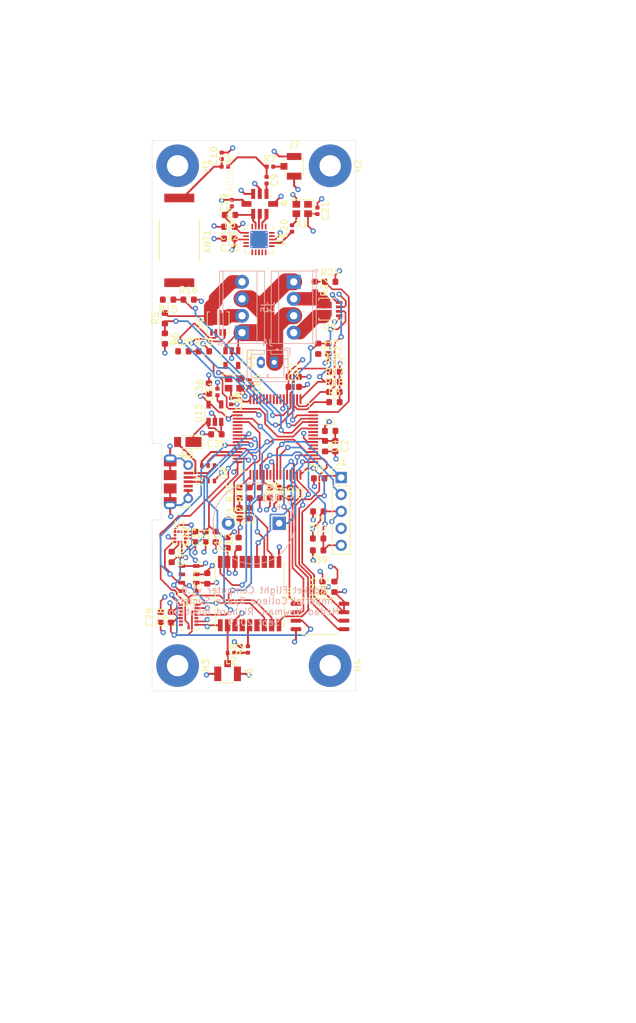
<source format=kicad_pcb>
(kicad_pcb (version 20171130) (host pcbnew "(5.1.2)-1")
  (title_block (title "PCB for Project Mach 1 flight computer") (date 2019-09-16) (company "Imperial College Space Society") (comment 1 "Richard Ibbotson, Medad Newman"))
  (layers (0 F.Cu signal) (1 GND.Cu power hide) (2 VCC.Cu power hide) (31 B.Cu signal) (34 B.Paste user hide) (35 F.Paste user hide) (36 B.SilkS user) (37 F.SilkS user hide) (38 B.Mask user hide) (39 F.Mask user hide) (44 Edge.Cuts user))
  (net 0 "")
  (net 1 GND)
  (net 2 +3V3)
  (net 3 "Net-(C2-Pad1)")
  (net 4 "Net-(C20-Pad2)")
  (net 5 "Net-(C20-Pad1)")
  (net 6 /MCU/XIN)
  (net 7 /MCU/XOUT)
  (net 8 "Net-(C89-Pad1)")
  (net 9 "Net-(C90-Pad1)")
  (net 10 /MCU/SWCLK)
  (net 11 /MCU/SWDIO)
  (net 12 /MCU/USB_DM)
  (net 13 /pyro_driver/FIRE_A)
  (net 14 /pyro_driver/FIRE_B)
  (net 15 /pyro_driver/FET_B)
  (net 16 /MCU/MCU_SCLK1)
  (net 17 /MCU/MCU_MISO1)
  (net 18 /MCU/MCU_MOSI1)
  (net 19 /MCU/MCU_NSEL1)
  (net 20 /gps/GPS_RXD)
  (net 21 /gps/GPS_1PPS)
  (net 22 /gps/GPS_NRES)
  (net 23 /gps/GPS_SDA)
  (net 24 /gps/GPS_SCL)
  (net 25 /gps/GPS_NSAFEBOOT)
  (net 26 /MCU/MCU_NSEL4)
  (net 27 /MCU/MCU_MISO4)
  (net 28 /MCU/MCU_MOSI4)
  (net 29 /MCU/MCU_SCLK4)
  (net 30 /sensors/ACCL_RDY)
  (net 31 /sensors/GYRO_RDY)
  (net 32 "Net-(C30-Pad1)")
  (net 33 "Net-(D1-Pad2)")
  (net 34 "Net-(D2-Pad2)")
  (net 35 /power_supply/USB_DM)
  (net 36 /pyro_driver/FET_A)
  (net 37 /pyro_driver/FIRE_C)
  (net 38 /pyro_driver/FIRE_D)
  (net 39 /pyro_driver/FET_C)
  (net 40 /pyro_driver/FET_D)
  (net 41 /MCU/LED_RED)
  (net 42 /MCU/LED_BLUE)
  (net 43 /sensors/MAG_RDY)
  (net 44 "Net-(C9-Pad2)")
  (net 45 "Net-(C34-Pad1)")
  (net 46 "Net-(C35-Pad1)")
  (net 47 Vdrive)
  (net 48 "Net-(C8-Pad1)")
  (net 49 "Net-(C9-Pad1)")
  (net 50 "Net-(J6-Pad1)")
  (net 51 "Net-(L8-Pad1)")
  (net 52 "Net-(R2-Pad2)")
  (net 53 "Net-(U2-Pad7)")
  (net 54 "Net-(U2-Pad8)")
  (net 55 VBUS)
  (net 56 "Net-(J2-Pad2)")
  (net 57 "Net-(J2-Pad3)")
  (net 58 "Net-(ANT1-Pad1)")
  (net 59 /MCU/BUZZER)
  (net 60 /MCU/MCU_PA04)
  (net 61 /MCU/MCU_PA05)
  (net 62 /MCU/MCU_PA06)
  (net 63 /MCU/MCU_PA07)
  (net 64 /MCU/MCU_PB08)
  (net 65 /MCU/MCU_PB11)
  (net 66 /MCU/MCU_PA12)
  (net 67 /MCU/MCU_PA13)
  (net 68 /MCU/GPS_RXD0)
  (net 69 /MCU/MCU_PB10)
  (net 70 "Net-(J7-Pad1)")
  (module flight-computer:TerminalBlock_TE_282834-4_1x04_P2.54mm_Horizontal (layer B.Cu) (at 105.791 86.614 90)
    (fp_text reference J3 (at 3.81 4.37 270) (layer B.SilkS) (effects (justify mirror)))
    (fp_text value Screw_Terminal_01x04)
    (pad 4 thru_hole circle (at 7.62 0 90) (size 2.1 2.1) (drill 1.1) (layers *.Cu *.Mask) (net 36 /pyro_driver/FET_A))
    (pad 3 thru_hole circle (at 5.08 0 90) (size 2.1 2.1) (drill 1.1) (layers *.Cu *.Mask) (net 47 Vdrive))
    (pad 2 thru_hole circle (at 2.54 0 90) (size 2.1 2.1) (drill 1.1) (layers *.Cu *.Mask) (net 15 /pyro_driver/FET_B))
    (pad 1 thru_hole rect (at 0 0 90) (size 2.1 2.1) (drill 1.1) (layers *.Cu *.Mask) (net 47 Vdrive))
  )
  (module BMI088:PQFN50P450X300X100-16N (layer F.Cu) (at 97.79 128.905 90)
    (fp_text reference U10 (at -0.457 -3.502 90) (layer F.SilkS) (effects (font (thickness 0.05))))
    (fp_text value BMI088 (at 0.178 3.265 90) (layer F.SilkS) (effects (font (thickness 0.05))))
    (pad 7 smd rect (at 1.5 -1.16) (size 0.58 0.35) (layers F.Cu F.Paste F.Mask) (net 2 +3V3))
    (pad 6 smd rect (at 1 -1.16) (size 0.58 0.35) (layers F.Cu F.Paste F.Mask) (net 1 GND))
    (pad 5 smd rect (at 0.5 -1.16) (size 0.58 0.35) (layers F.Cu F.Paste F.Mask))
    (pad 4 smd rect (at 0 -1.16) (size 0.58 0.35) (layers F.Cu F.Paste F.Mask) (net 1 GND))
    (pad 3 smd rect (at -0.5 -1.16) (size 0.58 0.35) (layers F.Cu F.Paste F.Mask) (net 2 +3V3))
    (pad 2 smd rect (at -1 -1.16) (size 0.58 0.35) (layers F.Cu F.Paste F.Mask))
    (pad 1 smd rect (at -1.5 -1.16) (size 0.58 0.35) (layers F.Cu F.Paste F.Mask))
    (pad 16 smd rect (at -1.91 0 90) (size 0.58 0.35) (layers F.Cu F.Paste F.Mask) (net 30 /sensors/ACCL_RDY))
    (pad 15 smd rect (at -1.5 1.16 180) (size 0.58 0.35) (layers F.Cu F.Paste F.Mask) (net 1 GND))
    (pad 14 smd rect (at -1 1.16 180) (size 0.58 0.35) (layers F.Cu F.Paste F.Mask) (net 2 +3V3))
    (pad 13 smd rect (at -0.5 1.16 180) (size 0.58 0.35) (layers F.Cu F.Paste F.Mask))
    (pad 12 smd rect (at 0 1.16 180) (size 0.58 0.35) (layers F.Cu F.Paste F.Mask) (net 31 /sensors/GYRO_RDY))
    (pad 11 smd rect (at 0.5 1.16 180) (size 0.58 0.35) (layers F.Cu F.Paste F.Mask) (net 2 +3V3))
    (pad 10 smd rect (at 1 1.16 180) (size 0.58 0.35) (layers F.Cu F.Paste F.Mask) (net 1 GND))
    (pad 9 smd rect (at 1.5 1.16 180) (size 0.58 0.35) (layers F.Cu F.Paste F.Mask) (net 23 /gps/GPS_SDA))
    (pad 8 smd rect (at 1.91 0 270) (size 0.58 0.35) (layers F.Cu F.Paste F.Mask) (net 24 /gps/GPS_SCL))
  )
  (module MountingHole:MountingHole_3.2mm_M3_Pad (layer F.Cu) (at 118.999 61.595 270)
    (fp_text reference H2 (at 0 -4.2 90) (layer F.SilkS))
    (fp_text value MountingHole_Pad)
    (pad 1 thru_hole circle (at 0 0 270) (size 6.4 6.4) (drill 3.2) (layers *.Cu *.Mask) (net 1 GND))
  )
  (module Resistor_SMD:R_0603_1608Metric (layer F.Cu) (at 117.221 89.027 270)
    (fp_text reference R21 (at 0 -1.43 90) (layer F.SilkS))
    (fp_text value 100K)
    (pad 2 smd roundrect (at 0.7875 0 270) (size 0.875 0.95) (layers F.Cu F.Paste F.Mask) (net 39 /pyro_driver/FET_C))
    (pad 1 smd roundrect (at -0.7875 0 270) (size 0.875 0.95) (layers F.Cu F.Paste F.Mask) (net 62 /MCU/MCU_PA06))
  )
  (module Resistor_SMD:R_0603_1608Metric (layer F.Cu) (at 118.745 89.027 270)
    (fp_text reference R23 (at 0 -1.43 90) (layer F.SilkS))
    (fp_text value 27K)
    (pad 1 smd roundrect (at -0.7875 0 270) (size 0.875 0.95) (layers F.Cu F.Paste F.Mask) (net 62 /MCU/MCU_PA06))
    (pad 2 smd roundrect (at 0.7875 0 270) (size 0.875 0.95) (layers F.Cu F.Paste F.Mask) (net 1 GND))
  )
  (module Resistor_SMD:R_0603_1608Metric (layer F.Cu) (at 116.713 79.756 270)
    (fp_text reference R22 (at 0 -1.43 90) (layer F.SilkS))
    (fp_text value 100K)
    (pad 1 smd roundrect (at -0.7875 0 270) (size 0.875 0.95) (layers F.Cu F.Paste F.Mask) (net 63 /MCU/MCU_PA07))
    (pad 2 smd roundrect (at 0.7875 0 270) (size 0.875 0.95) (layers F.Cu F.Paste F.Mask) (net 40 /pyro_driver/FET_D))
  )
  (module Resistor_SMD:R_0603_1608Metric (layer F.Cu) (at 118.999 78.994)
    (fp_text reference R24 (at 0 -1.43) (layer F.SilkS))
    (fp_text value 27K)
    (pad 2 smd roundrect (at 0.7875 0) (size 0.875 0.95) (layers F.Cu F.Paste F.Mask) (net 1 GND))
    (pad 1 smd roundrect (at -0.7875 0) (size 0.875 0.95) (layers F.Cu F.Paste F.Mask) (net 63 /MCU/MCU_PA07))
  )
  (module Package_SO:Vishay_PowerPAK_1212-8_Dual (layer F.Cu) (at 118.9215 83.0855 180)
    (fp_text reference U5 (at 0 -2.7) (layer F.SilkS))
    (fp_text value Si7232DN)
    (pad 1 smd rect (at -1.435 -0.99 180) (size 0.99 0.405) (layers F.Cu F.Paste F.Mask) (net 1 GND))
    (pad 2 smd rect (at -1.435 -0.33 180) (size 0.99 0.405) (layers F.Cu F.Paste F.Mask) (net 37 /pyro_driver/FIRE_C))
    (pad 3 smd rect (at -1.435 0.33 180) (size 0.99 0.405) (layers F.Cu F.Paste F.Mask) (net 1 GND))
    (pad 4 smd rect (at -1.435 0.99 180) (size 0.99 0.405) (layers F.Cu F.Paste F.Mask) (net 38 /pyro_driver/FIRE_D))
    (pad 5 smd custom (at 0.5575 0.6075 180) (size 1.725 0.99) (layers F.Cu F.Paste F.Mask) (net 40 /pyro_driver/FET_D) (options (clearance outline) (anchor rect)) (primitives (gr_poly (pts (xy 0.6125 -0.495) (xy 1.3725 -0.495) (xy 1.3725 -0.09) (xy 0.8625 -0.09) (xy 0.8625 0.165) (xy 1.3725 0.165) (xy 1.3725 0.5875) (xy 0.6125 0.5875)) (width 0))))
    (pad 6 smd custom (at 0.5575 -0.6075 180) (size 1.725 0.99) (layers F.Cu F.Paste F.Mask) (net 39 /pyro_driver/FET_C) (options (clearance outline) (anchor rect)) (primitives (gr_poly (pts (xy 0.6125 0.495) (xy 1.3725 0.495) (xy 1.3725 0.09) (xy 0.8625 0.09) (xy 0.8625 -0.165) (xy 1.3725 -0.165) (xy 1.3725 -0.5875) (xy 0.6125 -0.5875)) (width 0))))
  )
  (module Package_QFP:TQFP-64_10x10mm_P0.5mm (layer F.Cu) (at 110.7965 102.255 180)
    (fp_text reference U11 (at 0 -7.35) (layer F.SilkS))
    (fp_text value ATSAML21J18B-AUT)
    (pad 1 smd roundrect (at -5.6625 -3.75 180) (size 1.475 0.3) (layers F.Cu F.Paste F.Mask) (net 59 /MCU/BUZZER))
    (pad 2 smd roundrect (at -5.6625 -3.25 180) (size 1.475 0.3) (layers F.Cu F.Paste F.Mask) (net 25 /gps/GPS_NSAFEBOOT))
    (pad 3 smd roundrect (at -5.6625 -2.75 180) (size 1.475 0.3) (layers F.Cu F.Paste F.Mask) (net 21 /gps/GPS_1PPS))
    (pad 4 smd roundrect (at -5.6625 -2.25 180) (size 1.475 0.3) (layers F.Cu F.Paste F.Mask) (net 22 /gps/GPS_NRES))
    (pad 5 smd roundrect (at -5.6625 -1.75 180) (size 1.475 0.3) (layers F.Cu F.Paste F.Mask))
    (pad 6 smd roundrect (at -5.6625 -1.25 180) (size 1.475 0.3) (layers F.Cu F.Paste F.Mask))
    (pad 7 smd roundrect (at -5.6625 -0.75 180) (size 1.475 0.3) (layers F.Cu F.Paste F.Mask) (net 1 GND))
    (pad 8 smd roundrect (at -5.6625 -0.25 180) (size 1.475 0.3) (layers F.Cu F.Paste F.Mask) (net 3 "Net-(C2-Pad1)"))
    (pad 9 smd roundrect (at -5.6625 0.25 180) (size 1.475 0.3) (layers F.Cu F.Paste F.Mask))
    (pad 10 smd roundrect (at -5.6625 0.75 180) (size 1.475 0.3) (layers F.Cu F.Paste F.Mask))
    (pad 11 smd roundrect (at -5.6625 1.25 180) (size 1.475 0.3) (layers F.Cu F.Paste F.Mask) (net 64 /MCU/MCU_PB08))
    (pad 12 smd roundrect (at -5.6625 1.75 180) (size 1.475 0.3) (layers F.Cu F.Paste F.Mask))
    (pad 13 smd roundrect (at -5.6625 2.25 180) (size 1.475 0.3) (layers F.Cu F.Paste F.Mask) (net 60 /MCU/MCU_PA04))
    (pad 14 smd roundrect (at -5.6625 2.75 180) (size 1.475 0.3) (layers F.Cu F.Paste F.Mask) (net 61 /MCU/MCU_PA05))
    (pad 15 smd roundrect (at -5.6625 3.25 180) (size 1.475 0.3) (layers F.Cu F.Paste F.Mask) (net 62 /MCU/MCU_PA06))
    (pad 16 smd roundrect (at -5.6625 3.75 180) (size 1.475 0.3) (layers F.Cu F.Paste F.Mask) (net 63 /MCU/MCU_PA07))
    (pad 17 smd roundrect (at -3.75 5.6625 180) (size 0.3 1.475) (layers F.Cu F.Paste F.Mask) (net 37 /pyro_driver/FIRE_C))
    (pad 18 smd roundrect (at -3.25 5.6625 180) (size 0.3 1.475) (layers F.Cu F.Paste F.Mask) (net 38 /pyro_driver/FIRE_D))
    (pad 19 smd roundrect (at -2.75 5.6625 180) (size 0.3 1.475) (layers F.Cu F.Paste F.Mask) (net 13 /pyro_driver/FIRE_A))
    (pad 20 smd roundrect (at -2.25 5.6625 180) (size 0.3 1.475) (layers F.Cu F.Paste F.Mask) (net 14 /pyro_driver/FIRE_B))
    (pad 21 smd roundrect (at -1.75 5.6625 180) (size 0.3 1.475) (layers F.Cu F.Paste F.Mask) (net 2 +3V3))
    (pad 22 smd roundrect (at -1.25 5.6625 180) (size 0.3 1.475) (layers F.Cu F.Paste F.Mask) (net 1 GND))
    (pad 23 smd roundrect (at -0.75 5.6625 180) (size 0.3 1.475) (layers F.Cu F.Paste F.Mask) (net 69 /MCU/MCU_PB10))
    (pad 24 smd roundrect (at -0.25 5.6625 180) (size 0.3 1.475) (layers F.Cu F.Paste F.Mask) (net 65 /MCU/MCU_PB11))
    (pad 25 smd roundrect (at 0.25 5.6625 180) (size 0.3 1.475) (layers F.Cu F.Paste F.Mask) (net 18 /MCU/MCU_MOSI1))
    (pad 26 smd roundrect (at 0.75 5.6625 180) (size 0.3 1.475) (layers F.Cu F.Paste F.Mask) (net 16 /MCU/MCU_SCLK1))
    (pad 27 smd roundrect (at 1.25 5.6625 180) (size 0.3 1.475) (layers F.Cu F.Paste F.Mask) (net 17 /MCU/MCU_MISO1))
    (pad 28 smd roundrect (at 1.75 5.6625 180) (size 0.3 1.475) (layers F.Cu F.Paste F.Mask) (net 19 /MCU/MCU_NSEL1))
    (pad 29 smd roundrect (at 2.25 5.6625 180) (size 0.3 1.475) (layers F.Cu F.Paste F.Mask) (net 66 /MCU/MCU_PA12))
    (pad 30 smd roundrect (at 2.75 5.6625 180) (size 0.3 1.475) (layers F.Cu F.Paste F.Mask) (net 67 /MCU/MCU_PA13))
    (pad 31 smd roundrect (at 3.25 5.6625 180) (size 0.3 1.475) (layers F.Cu F.Paste F.Mask) (net 6 /MCU/XIN))
    (pad 32 smd roundrect (at 3.75 5.6625 180) (size 0.3 1.475) (layers F.Cu F.Paste F.Mask) (net 7 /MCU/XOUT))
    (pad 33 smd roundrect (at 5.6625 3.75 180) (size 1.475 0.3) (layers F.Cu F.Paste F.Mask) (net 1 GND))
    (pad 34 smd roundrect (at 5.6625 3.25 180) (size 1.475 0.3) (layers F.Cu F.Paste F.Mask) (net 2 +3V3))
    (pad 35 smd roundrect (at 5.6625 2.75 180) (size 1.475 0.3) (layers F.Cu F.Paste F.Mask) (net 20 /gps/GPS_RXD))
    (pad 36 smd roundrect (at 5.6625 2.25 180) (size 1.475 0.3) (layers F.Cu F.Paste F.Mask) (net 68 /MCU/GPS_RXD0))
    (pad 37 smd roundrect (at 5.6625 1.75 180) (size 1.475 0.3) (layers F.Cu F.Paste F.Mask))
    (pad 38 smd roundrect (at 5.6625 1.25 180) (size 1.475 0.3) (layers F.Cu F.Paste F.Mask))
    (pad 39 smd roundrect (at 5.6625 0.75 180) (size 1.475 0.3) (layers F.Cu F.Paste F.Mask))
    (pad 40 smd roundrect (at 5.6625 0.25 180) (size 1.475 0.3) (layers F.Cu F.Paste F.Mask) (net 43 /sensors/MAG_RDY))
    (pad 41 smd roundrect (at 5.6625 -0.25 180) (size 1.475 0.3) (layers F.Cu F.Paste F.Mask) (net 30 /sensors/ACCL_RDY))
    (pad 42 smd roundrect (at 5.6625 -0.75 180) (size 1.475 0.3) (layers F.Cu F.Paste F.Mask) (net 31 /sensors/GYRO_RDY))
    (pad 43 smd roundrect (at 5.6625 -1.25 180) (size 1.475 0.3) (layers F.Cu F.Paste F.Mask) (net 23 /gps/GPS_SDA))
    (pad 44 smd roundrect (at 5.6625 -1.75 180) (size 1.475 0.3) (layers F.Cu F.Paste F.Mask) (net 24 /gps/GPS_SCL))
    (pad 45 smd roundrect (at 5.6625 -2.25 180) (size 1.475 0.3) (layers F.Cu F.Paste F.Mask) (net 12 /MCU/USB_DM))
    (pad 46 smd roundrect (at 5.6625 -2.75 180) (size 1.475 0.3) (layers F.Cu F.Paste F.Mask) (net 35 /power_supply/USB_DM))
    (pad 47 smd roundrect (at 5.6625 -3.25 180) (size 1.475 0.3) (layers F.Cu F.Paste F.Mask) (net 1 GND))
    (pad 48 smd roundrect (at 5.6625 -3.75 180) (size 1.475 0.3) (layers F.Cu F.Paste F.Mask) (net 2 +3V3))
    (pad 49 smd roundrect (at 3.75 -5.6625 180) (size 0.3 1.475) (layers F.Cu F.Paste F.Mask) (net 41 /MCU/LED_RED))
    (pad 50 smd roundrect (at 3.25 -5.6625 180) (size 0.3 1.475) (layers F.Cu F.Paste F.Mask) (net 42 /MCU/LED_BLUE))
    (pad 51 smd roundrect (at 2.75 -5.6625 180) (size 0.3 1.475) (layers F.Cu F.Paste F.Mask))
    (pad 52 smd roundrect (at 2.25 -5.6625 180) (size 0.3 1.475) (layers F.Cu F.Paste F.Mask) (net 8 "Net-(C89-Pad1)"))
    (pad 53 smd roundrect (at 1.75 -5.6625 180) (size 0.3 1.475) (layers F.Cu F.Paste F.Mask) (net 9 "Net-(C90-Pad1)"))
    (pad 54 smd roundrect (at 1.25 -5.6625 180) (size 0.3 1.475) (layers F.Cu F.Paste F.Mask) (net 1 GND))
    (pad 55 smd roundrect (at 0.75 -5.6625 180) (size 0.3 1.475) (layers F.Cu F.Paste F.Mask))
    (pad 56 smd roundrect (at 0.25 -5.6625 180) (size 0.3 1.475) (layers F.Cu F.Paste F.Mask) (net 2 +3V3))
    (pad 57 smd roundrect (at -0.25 -5.6625 180) (size 0.3 1.475) (layers F.Cu F.Paste F.Mask) (net 10 /MCU/SWCLK))
    (pad 58 smd roundrect (at -0.75 -5.6625 180) (size 0.3 1.475) (layers F.Cu F.Paste F.Mask) (net 11 /MCU/SWDIO))
    (pad 59 smd roundrect (at -1.25 -5.6625 180) (size 0.3 1.475) (layers F.Cu F.Paste F.Mask))
    (pad 60 smd roundrect (at -1.75 -5.6625 180) (size 0.3 1.475) (layers F.Cu F.Paste F.Mask))
    (pad 61 smd roundrect (at -2.25 -5.6625 180) (size 0.3 1.475) (layers F.Cu F.Paste F.Mask) (net 27 /MCU/MCU_MISO4))
    (pad 62 smd roundrect (at -2.75 -5.6625 180) (size 0.3 1.475) (layers F.Cu F.Paste F.Mask) (net 26 /MCU/MCU_NSEL4))
    (pad 63 smd roundrect (at -3.25 -5.6625 180) (size 0.3 1.475) (layers F.Cu F.Paste F.Mask) (net 28 /MCU/MCU_MOSI4))
    (pad 64 smd roundrect (at -3.75 -5.6625 180) (size 0.3 1.475) (layers F.Cu F.Paste F.Mask) (net 29 /MCU/MCU_SCLK4))
  )
  (module Package_SO:Vishay_PowerPAK_1212-8_Dual (layer F.Cu) (at 102.2075 85.1395 90)
    (fp_text reference U6 (at 0 -2.7 90) (layer F.SilkS))
    (fp_text value Si7232DN)
    (pad 6 smd custom (at 0.5575 -0.6075 90) (size 1.725 0.99) (layers F.Cu F.Paste F.Mask) (net 36 /pyro_driver/FET_A) (options (clearance outline) (anchor rect)) (primitives (gr_poly (pts (xy 0.6125 0.495) (xy 1.3725 0.495) (xy 1.3725 0.09) (xy 0.8625 0.09) (xy 0.8625 -0.165) (xy 1.3725 -0.165) (xy 1.3725 -0.5875) (xy 0.6125 -0.5875)) (width 0))))
    (pad 5 smd custom (at 0.5575 0.6075 90) (size 1.725 0.99) (layers F.Cu F.Paste F.Mask) (net 15 /pyro_driver/FET_B) (options (clearance outline) (anchor rect)) (primitives (gr_poly (pts (xy 0.6125 -0.495) (xy 1.3725 -0.495) (xy 1.3725 -0.09) (xy 0.8625 -0.09) (xy 0.8625 0.165) (xy 1.3725 0.165) (xy 1.3725 0.5875) (xy 0.6125 0.5875)) (width 0))))
    (pad 4 smd rect (at -1.435 0.99 90) (size 0.99 0.405) (layers F.Cu F.Paste F.Mask) (net 14 /pyro_driver/FIRE_B))
    (pad 3 smd rect (at -1.435 0.33 90) (size 0.99 0.405) (layers F.Cu F.Paste F.Mask) (net 1 GND))
    (pad 2 smd rect (at -1.435 -0.33 90) (size 0.99 0.405) (layers F.Cu F.Paste F.Mask) (net 13 /pyro_driver/FIRE_A))
    (pad 1 smd rect (at -1.435 -0.99 90) (size 0.99 0.405) (layers F.Cu F.Paste F.Mask) (net 1 GND))
  )
  (module Resistor_SMD:R_0603_1608Metric (layer F.Cu) (at 97.0025 89.408)
    (fp_text reference R28 (at 0 -1.43) (layer F.SilkS))
    (fp_text value 100K)
    (pad 2 smd roundrect (at 0.7875 0) (size 0.875 0.95) (layers F.Cu F.Paste F.Mask) (net 64 /MCU/MCU_PB08))
    (pad 1 smd roundrect (at -0.7875 0) (size 0.875 0.95) (layers F.Cu F.Paste F.Mask) (net 47 Vdrive))
  )
  (module Resistor_SMD:R_0603_1608Metric (layer F.Cu) (at 94.234 87.503 270)
    (fp_text reference R6 (at 0 -1.43 90) (layer F.SilkS))
    (fp_text value 27K)
    (pad 1 smd roundrect (at -0.7875 0 270) (size 0.875 0.95) (layers F.Cu F.Paste F.Mask) (net 60 /MCU/MCU_PA04))
    (pad 2 smd roundrect (at 0.7875 0 270) (size 0.875 0.95) (layers F.Cu F.Paste F.Mask) (net 1 GND))
  )
  (module Resistor_SMD:R_0603_1608Metric (layer F.Cu) (at 100.076 89.408)
    (fp_text reference R29 (at 0 -1.43) (layer F.SilkS))
    (fp_text value 100K)
    (pad 1 smd roundrect (at -0.7875 0) (size 0.875 0.95) (layers F.Cu F.Paste F.Mask) (net 64 /MCU/MCU_PB08))
    (pad 2 smd roundrect (at 0.7875 0) (size 0.875 0.95) (layers F.Cu F.Paste F.Mask) (net 1 GND))
  )
  (module Connector_PinHeader_2.54mm:PinHeader_1x05_P2.54mm_Vertical (layer F.Cu) (at 120.65 108.331)
    (fp_text reference J1 (at 0 -2.33) (layer F.SilkS))
    (fp_text value Conn_01x05)
    (pad 1 thru_hole rect (at 0 0) (size 1.7 1.7) (drill 1) (layers *.Cu *.Mask) (net 10 /MCU/SWCLK))
    (pad 2 thru_hole oval (at 0 2.54) (size 1.7 1.7) (drill 1) (layers *.Cu *.Mask) (net 11 /MCU/SWDIO))
    (pad 3 thru_hole oval (at 0 5.08) (size 1.7 1.7) (drill 1) (layers *.Cu *.Mask) (net 2 +3V3))
    (pad 4 thru_hole oval (at 0 7.62) (size 1.7 1.7) (drill 1) (layers *.Cu *.Mask) (net 1 GND))
    (pad 5 thru_hole oval (at 0 10.16) (size 1.7 1.7) (drill 1) (layers *.Cu *.Mask) (net 8 "Net-(C89-Pad1)"))
  )
  (module Resistor_SMD:R_0603_1608Metric (layer F.Cu) (at 94.7165 81.661 180)
    (fp_text reference R15 (at 0 -1.43) (layer F.SilkS))
    (fp_text value 100K)
    (pad 1 smd roundrect (at -0.7875 0 180) (size 0.875 0.95) (layers F.Cu F.Paste F.Mask) (net 61 /MCU/MCU_PA05))
    (pad 2 smd roundrect (at 0.7875 0 180) (size 0.875 0.95) (layers F.Cu F.Paste F.Mask) (net 15 /pyro_driver/FET_B))
  )
  (module Resistor_SMD:R_0603_1608Metric (layer F.Cu) (at 97.79 81.661)
    (fp_text reference R16 (at 0 -1.43) (layer F.SilkS))
    (fp_text value 27K)
    (pad 1 smd roundrect (at -0.7875 0) (size 0.875 0.95) (layers F.Cu F.Paste F.Mask) (net 61 /MCU/MCU_PA05))
    (pad 2 smd roundrect (at 0.7875 0) (size 0.875 0.95) (layers F.Cu F.Paste F.Mask) (net 1 GND))
  )
  (module Capacitor_SMD:C_0603_1608Metric (layer F.Cu) (at 113.538 93.218)
    (fp_text reference C1 (at 0 -1.43) (layer F.SilkS))
    (fp_text value 10uF)
    (pad 1 smd roundrect (at -0.7875 0) (size 0.875 0.95) (layers F.Cu F.Paste F.Mask) (net 2 +3V3))
    (pad 2 smd roundrect (at 0.7875 0) (size 0.875 0.95) (layers F.Cu F.Paste F.Mask) (net 1 GND))
  )
  (module Capacitor_SMD:C_0603_1608Metric (layer F.Cu) (at 113.538 94.742)
    (fp_text reference C3 (at 0 -1.43) (layer F.SilkS))
    (fp_text value 100nF)
    (pad 2 smd roundrect (at 0.7875 0) (size 0.875 0.95) (layers F.Cu F.Paste F.Mask) (net 1 GND))
    (pad 1 smd roundrect (at -0.7875 0) (size 0.875 0.95) (layers F.Cu F.Paste F.Mask) (net 2 +3V3))
  )
  (module Resistor_SMD:R_0603_1608Metric (layer F.Cu) (at 119.634 92.456)
    (fp_text reference R13 (at 0 -1.43) (layer F.SilkS))
    (fp_text value 3.3K)
    (pad 1 smd roundrect (at -0.7875 0) (size 0.875 0.95) (layers F.Cu F.Paste F.Mask) (net 14 /pyro_driver/FIRE_B))
    (pad 2 smd roundrect (at 0.7875 0) (size 0.875 0.95) (layers F.Cu F.Paste F.Mask) (net 1 GND))
  )
  (module Resistor_SMD:R_0603_1608Metric (layer F.Cu) (at 119.634 97.028)
    (fp_text reference R3 (at 0 -1.43) (layer F.SilkS))
    (fp_text value 3.3K)
    (pad 2 smd roundrect (at 0.7875 0) (size 0.875 0.95) (layers F.Cu F.Paste F.Mask) (net 1 GND))
    (pad 1 smd roundrect (at -0.7875 0) (size 0.875 0.95) (layers F.Cu F.Paste F.Mask) (net 13 /pyro_driver/FIRE_A))
  )
  (module Connector_JST:JST_PH_B2B-PH-K_1x02_P2.00mm_Vertical (layer B.Cu) (at 110.617 91.059 180)
    (fp_text reference J4 (at 1 2.9 180) (layer B.SilkS) (effects (justify mirror)))
    (fp_text value Conn_01x02)
    (pad 1 thru_hole roundrect (at 0 0 180) (size 1.2 1.75) (drill 0.75) (layers *.Cu *.Mask) (roundrect_rratio 0.208333) (net 47 Vdrive))
    (pad 2 thru_hole oval (at 2 0 180) (size 1.2 1.75) (drill 0.75) (layers *.Cu *.Mask) (net 1 GND))
  )
  (module Capacitor_SMD:C_0603_1608Metric (layer F.Cu) (at 100.838 94.996 90)
    (fp_text reference C36 (at 0 -1.43 90) (layer F.SilkS))
    (fp_text value 1uF)
    (pad 2 smd roundrect (at 0.7875 0 90) (size 0.875 0.95) (layers F.Cu F.Paste F.Mask) (net 1 GND))
    (pad 1 smd roundrect (at -0.7875 0 90) (size 0.875 0.95) (layers F.Cu F.Paste F.Mask) (net 2 +3V3))
  )
  (module Capacitor_SMD:C_0603_1608Metric (layer F.Cu) (at 101.9555 101.854 180)
    (fp_text reference C35 (at 0 -1.43) (layer F.SilkS))
    (fp_text value 1uF)
    (pad 1 smd roundrect (at -0.7875 0 180) (size 0.875 0.95) (layers F.Cu F.Paste F.Mask) (net 46 "Net-(C35-Pad1)"))
    (pad 2 smd roundrect (at 0.7875 0 180) (size 0.875 0.95) (layers F.Cu F.Paste F.Mask) (net 1 GND))
  )
  (module Capacitor_SMD:C_0402_1005Metric (layer F.Cu) (at 102.108 95.504 90)
    (fp_text reference C34 (at 0 -1.17 90) (layer F.SilkS))
    (fp_text value 10nF)
    (pad 2 smd roundrect (at 0.485 0 90) (size 0.59 0.64) (layers F.Cu F.Paste F.Mask) (net 1 GND))
    (pad 1 smd roundrect (at -0.485 0 90) (size 0.59 0.64) (layers F.Cu F.Paste F.Mask) (net 45 "Net-(C34-Pad1)"))
  )
  (module Package_TO_SOT_SMD:SOT-23-5 (layer F.Cu) (at 104.267 90.424 270)
    (fp_text reference U14 (at 0 -2.9 90) (layer F.SilkS))
    (fp_text value MAX40200AUK)
    (pad 5 smd rect (at 1.1 -0.95 270) (size 1.06 0.65) (layers F.Cu F.Paste F.Mask) (net 46 "Net-(C35-Pad1)"))
    (pad 4 smd rect (at 1.1 0.95 270) (size 1.06 0.65) (layers F.Cu F.Paste F.Mask))
    (pad 3 smd rect (at -1.1 0.95 270) (size 1.06 0.65) (layers F.Cu F.Paste F.Mask) (net 47 Vdrive))
    (pad 2 smd rect (at -1.1 0 270) (size 1.06 0.65) (layers F.Cu F.Paste F.Mask) (net 1 GND))
    (pad 1 smd rect (at -1.1 -0.95 270) (size 1.06 0.65) (layers F.Cu F.Paste F.Mask) (net 47 Vdrive))
  )
  (module Package_TO_SOT_SMD:TSOT-23-5 (layer F.Cu) (at 101.727 98.679 90)
    (fp_text reference U15 (at 0 -2.45 90) (layer F.SilkS))
    (fp_text value LD3985G33R_TSOT23)
    (pad 1 smd rect (at -1.31 -0.95 90) (size 1.22 0.65) (layers F.Cu F.Paste F.Mask) (net 46 "Net-(C35-Pad1)"))
    (pad 2 smd rect (at -1.31 0 90) (size 1.22 0.65) (layers F.Cu F.Paste F.Mask) (net 1 GND))
    (pad 3 smd rect (at -1.31 0.95 90) (size 1.22 0.65) (layers F.Cu F.Paste F.Mask) (net 46 "Net-(C35-Pad1)"))
    (pad 4 smd rect (at 1.31 0.95 90) (size 1.22 0.65) (layers F.Cu F.Paste F.Mask) (net 45 "Net-(C34-Pad1)"))
    (pad 5 smd rect (at 1.31 -0.95 90) (size 1.22 0.65) (layers F.Cu F.Paste F.Mask) (net 2 +3V3))
  )
  (module Resistor_SMD:R_0402_1005Metric (layer F.Cu) (at 109.982 61.722)
    (fp_text reference R7 (at 0 -1.17) (layer F.SilkS))
    (fp_text value NF)
    (pad 1 smd roundrect (at -0.485 0) (size 0.59 0.64) (layers F.Cu F.Paste F.Mask) (net 49 "Net-(C9-Pad1)"))
    (pad 2 smd roundrect (at 0.485 0) (size 0.59 0.64) (layers F.Cu F.Paste F.Mask) (net 70 "Net-(J7-Pad1)"))
  )
  (module Capacitor_SMD:C_0603_1608Metric (layer F.Cu) (at 103.886 70.739 180)
    (fp_text reference C22 (at 0 -1.43) (layer F.SilkS))
    (fp_text value 1uF)
    (pad 2 smd roundrect (at 0.7875 0 180) (size 0.875 0.95) (layers F.Cu F.Paste F.Mask) (net 1 GND))
    (pad 1 smd roundrect (at -0.7875 0 180) (size 0.875 0.95) (layers F.Cu F.Paste F.Mask) (net 2 +3V3))
  )
  (module Inductor_SMD:L_0603_1608Metric (layer F.Cu) (at 103.9875 68.961 180)
    (fp_text reference L8 (at 0 -1.43) (layer F.SilkS))
    (fp_text value 220nH)
    (pad 2 smd roundrect (at 0.7875 0 180) (size 0.875 0.95) (layers F.Cu F.Paste F.Mask) (net 2 +3V3))
    (pad 1 smd roundrect (at -0.7875 0 180) (size 0.875 0.95) (layers F.Cu F.Paste F.Mask) (net 51 "Net-(L8-Pad1)"))
  )
  (module Johanson_frontend:BALUN_0433BM41A0019E (layer F.Cu) (at 108.458 67.31 270)
    (fp_text reference U2 (at -1.27 -4.445 90) (layer F.SilkS) (effects (font (thickness 0.05))))
    (fp_text value 0433BM41A0019E (at -0.635 4.445 90) (layer F.SilkS) (effects (font (thickness 0.05))))
    (pad 1 smd rect (at 0 -2) (size 1.5 0.85) (layers F.Cu F.Paste F.Mask) (net 1 GND))
    (pad 5 smd rect (at 0 2) (size 1.5 0.85) (layers F.Cu F.Paste F.Mask) (net 1 GND))
    (pad 6 smd rect (at 1.5 1 270) (size 1.5 0.6) (layers F.Cu F.Paste F.Mask) (net 51 "Net-(L8-Pad1)"))
    (pad 8 smd rect (at 1.5 -1 270) (size 1.5 0.6) (layers F.Cu F.Paste F.Mask) (net 54 "Net-(U2-Pad8)"))
    (pad 7 smd rect (at 1.5 0 270) (size 1.5 0.6) (layers F.Cu F.Paste F.Mask) (net 53 "Net-(U2-Pad7)"))
    (pad 4 smd rect (at -1.5 1 270) (size 1.5 0.6) (layers F.Cu F.Paste F.Mask) (net 1 GND))
    (pad 2 smd rect (at -1.5 -1 270) (size 1.5 0.6) (layers F.Cu F.Paste F.Mask) (net 44 "Net-(C9-Pad2)"))
    (pad 3 smd rect (at -1.5 0 270) (size 1.5 0.6) (layers F.Cu F.Paste F.Mask) (net 1 GND))
  )
  (module Capacitor_SMD:C_0402_1005Metric (layer F.Cu) (at 109.474 63.754 270)
    (fp_text reference C9 (at 0 -1.17 90) (layer F.SilkS))
    (fp_text value 270pF)
    (pad 1 smd roundrect (at -0.485 0 270) (size 0.59 0.64) (layers F.Cu F.Paste F.Mask) (net 49 "Net-(C9-Pad1)"))
    (pad 2 smd roundrect (at 0.485 0 270) (size 0.59 0.64) (layers F.Cu F.Paste F.Mask) (net 44 "Net-(C9-Pad2)"))
  )
  (module Resistor_SMD:R_0402_1005Metric (layer F.Cu) (at 106.68 134.112 90)
    (fp_text reference R2 (at 0 -1.17 90) (layer F.SilkS))
    (fp_text value "10 Ohm")
    (pad 1 smd roundrect (at -0.485 0 90) (size 0.59 0.64) (layers F.Cu F.Paste F.Mask) (net 48 "Net-(C8-Pad1)"))
    (pad 2 smd roundrect (at 0.485 0 90) (size 0.59 0.64) (layers F.Cu F.Paste F.Mask) (net 52 "Net-(R2-Pad2)"))
  )
  (module Package_SO:SOIC-8_5.23x5.23mm_P1.27mm (layer F.Cu) (at 117.475 129.159)
    (fp_text reference U7 (at 0 -3.56) (layer F.SilkS))
    (fp_text value W74M64FV)
    (pad 1 smd roundrect (at -3.6 -1.905) (size 1.6 0.6) (layers F.Cu F.Paste F.Mask) (net 26 /MCU/MCU_NSEL4))
    (pad 2 smd roundrect (at -3.6 -0.635) (size 1.6 0.6) (layers F.Cu F.Paste F.Mask) (net 27 /MCU/MCU_MISO4))
    (pad 3 smd roundrect (at -3.6 0.635) (size 1.6 0.6) (layers F.Cu F.Paste F.Mask) (net 2 +3V3))
    (pad 4 smd roundrect (at -3.6 1.905) (size 1.6 0.6) (layers F.Cu F.Paste F.Mask) (net 1 GND))
    (pad 5 smd roundrect (at 3.6 1.905) (size 1.6 0.6) (layers F.Cu F.Paste F.Mask) (net 28 /MCU/MCU_MOSI4))
    (pad 6 smd roundrect (at 3.6 0.635) (size 1.6 0.6) (layers F.Cu F.Paste F.Mask) (net 29 /MCU/MCU_SCLK4))
    (pad 7 smd roundrect (at 3.6 -0.635) (size 1.6 0.6) (layers F.Cu F.Paste F.Mask) (net 2 +3V3))
    (pad 8 smd roundrect (at 3.6 -1.905) (size 1.6 0.6) (layers F.Cu F.Paste F.Mask) (net 2 +3V3))
  )
  (module MountingHole:MountingHole_3.2mm_M3_Pad (layer F.Cu) (at 96.139 136.525 270)
    (fp_text reference H3 (at 0 -4.2 90) (layer F.SilkS))
    (fp_text value MountingHole_Pad)
    (pad 1 thru_hole circle (at 0 0 270) (size 6.4 6.4) (drill 3.2) (layers *.Cu *.Mask) (net 1 GND))
  )
  (module RF_GPS:ublox_MAX (layer F.Cu) (at 106.934 125.73 270)
    (fp_text reference U4 (at 0 -6 90) (layer F.SilkS))
    (fp_text value MAX-M8C)
    (pad 1 smd rect (at -4.75 -4.4 270) (size 1.8 0.7) (layers F.Cu F.Paste F.Mask) (net 1 GND))
    (pad 2 smd rect (at -4.75 -3.3 270) (size 1.8 0.8) (layers F.Cu F.Paste F.Mask) (net 68 /MCU/GPS_RXD0))
    (pad 3 smd rect (at -4.75 -2.2 270) (size 1.8 0.8) (layers F.Cu F.Paste F.Mask) (net 20 /gps/GPS_RXD))
    (pad 4 smd rect (at -4.75 -1.1 270) (size 1.8 0.8) (layers F.Cu F.Paste F.Mask) (net 21 /gps/GPS_1PPS))
    (pad 5 smd rect (at -4.75 0 270) (size 1.8 0.8) (layers F.Cu F.Paste F.Mask))
    (pad 6 smd rect (at -4.75 1.1 270) (size 1.8 0.8) (layers F.Cu F.Paste F.Mask))
    (pad 7 smd rect (at -4.75 2.2 270) (size 1.8 0.8) (layers F.Cu F.Paste F.Mask) (net 2 +3V3))
    (pad 8 smd rect (at -4.75 3.3 270) (size 1.8 0.8) (layers F.Cu F.Paste F.Mask) (net 2 +3V3))
    (pad 9 smd rect (at -4.75 4.4 270) (size 1.8 0.7) (layers F.Cu F.Paste F.Mask) (net 22 /gps/GPS_NRES))
    (pad 10 smd rect (at 4.75 4.4 270) (size 1.8 0.7) (layers F.Cu F.Paste F.Mask) (net 1 GND))
    (pad 11 smd rect (at 4.75 3.3 270) (size 1.8 0.8) (layers F.Cu F.Paste F.Mask) (net 50 "Net-(J6-Pad1)"))
    (pad 12 smd rect (at 4.75 2.2 270) (size 1.8 0.8) (layers F.Cu F.Paste F.Mask) (net 1 GND))
    (pad 13 smd rect (at 4.75 1.1 270) (size 1.8 0.8) (layers F.Cu F.Paste F.Mask))
    (pad 14 smd rect (at 4.75 0 270) (size 1.8 0.8) (layers F.Cu F.Paste F.Mask) (net 52 "Net-(R2-Pad2)"))
    (pad 15 smd rect (at 4.75 -1.1 270) (size 1.8 0.8) (layers F.Cu F.Paste F.Mask))
    (pad 16 smd rect (at 4.75 -2.2 270) (size 1.8 0.8) (layers F.Cu F.Paste F.Mask) (net 23 /gps/GPS_SDA))
    (pad 17 smd rect (at 4.75 -3.3 270) (size 1.8 0.8) (layers F.Cu F.Paste F.Mask) (net 24 /gps/GPS_SCL))
    (pad 18 smd rect (at 4.75 -4.4 270) (size 1.8 0.7) (layers F.Cu F.Paste F.Mask) (net 25 /gps/GPS_NSAFEBOOT))
  )
  (module Buzzer_Beeper:Buzzer_12x9.5RM7.6 (layer B.Cu) (at 111.359 115.189 180)
    (fp_text reference BZ1 (at 1.27 3.81 180) (layer B.SilkS) (effects (justify mirror)))
    (fp_text value Buzzer)
    (fp_text user + (at -0.01 2.54 180) (layer B.SilkS) (effects (justify mirror)))
    (pad 1 thru_hole rect (at 0 0 180) (size 2 2) (drill 1) (layers *.Cu *.Mask) (net 59 /MCU/BUZZER))
    (pad 2 thru_hole circle (at 7.6 0 180) (size 2 2) (drill 1) (layers *.Cu *.Mask) (net 1 GND))
  )
  (module Capacitor_SMD:C_0603_1608Metric (layer F.Cu) (at 119.761 103.632 270)
    (fp_text reference C2 (at 0 -1.43 90) (layer F.SilkS))
    (fp_text value 10uF)
    (pad 1 smd roundrect (at -0.7875 0 270) (size 0.875 0.95) (layers F.Cu F.Paste F.Mask) (net 3 "Net-(C2-Pad1)"))
    (pad 2 smd roundrect (at 0.7875 0 270) (size 0.875 0.95) (layers F.Cu F.Paste F.Mask) (net 1 GND))
  )
  (module Capacitor_SMD:C_0603_1608Metric (layer F.Cu) (at 118.237 103.632 270)
    (fp_text reference C4 (at 0 -1.43 90) (layer F.SilkS))
    (fp_text value 100nF)
    (pad 2 smd roundrect (at 0.7875 0 270) (size 0.875 0.95) (layers F.Cu F.Paste F.Mask) (net 1 GND))
    (pad 1 smd roundrect (at -0.7875 0 270) (size 0.875 0.95) (layers F.Cu F.Paste F.Mask) (net 3 "Net-(C2-Pad1)"))
  )
  (module Capacitor_SMD:C_0603_1608Metric (layer F.Cu) (at 113.03 110.617 270)
    (fp_text reference C5 (at 0 -1.43 90) (layer F.SilkS))
    (fp_text value 10uF)
    (pad 1 smd roundrect (at -0.7875 0 270) (size 0.875 0.95) (layers F.Cu F.Paste F.Mask) (net 2 +3V3))
    (pad 2 smd roundrect (at 0.7875 0 270) (size 0.875 0.95) (layers F.Cu F.Paste F.Mask) (net 1 GND))
  )
  (module Capacitor_SMD:C_0603_1608Metric (layer F.Cu) (at 111.506 110.617 270)
    (fp_text reference C6 (at 0 -1.43 90) (layer F.SilkS))
    (fp_text value 100nF)
    (pad 2 smd roundrect (at 0.7875 0 270) (size 0.875 0.95) (layers F.Cu F.Paste F.Mask) (net 1 GND))
    (pad 1 smd roundrect (at -0.7875 0 270) (size 0.875 0.95) (layers F.Cu F.Paste F.Mask) (net 2 +3V3))
  )
  (module Capacitor_SMD:C_0603_1608Metric (layer F.Cu) (at 109.982 110.617 270)
    (fp_text reference C90 (at 0 -1.43 90) (layer F.SilkS))
    (fp_text value 1uF)
    (pad 1 smd roundrect (at -0.7875 0 270) (size 0.875 0.95) (layers F.Cu F.Paste F.Mask) (net 9 "Net-(C90-Pad1)"))
    (pad 2 smd roundrect (at 0.7875 0 270) (size 0.875 0.95) (layers F.Cu F.Paste F.Mask) (net 1 GND))
  )
  (module Capacitor_SMD:C_0603_1608Metric (layer F.Cu) (at 108.458 110.617 270)
    (fp_text reference C91 (at 0 -1.43 90) (layer F.SilkS))
    (fp_text value 100nF)
    (pad 2 smd roundrect (at 0.7875 0 270) (size 0.875 0.95) (layers F.Cu F.Paste F.Mask) (net 1 GND))
    (pad 1 smd roundrect (at -0.7875 0 270) (size 0.875 0.95) (layers F.Cu F.Paste F.Mask) (net 9 "Net-(C90-Pad1)"))
  )
  (module Capacitor_SMD:C_0603_1608Metric (layer F.Cu) (at 119.634 124.714 90)
    (fp_text reference C92 (at 0 -1.43 90) (layer F.SilkS))
    (fp_text value 10uF)
    (pad 1 smd roundrect (at -0.7875 0 90) (size 0.875 0.95) (layers F.Cu F.Paste F.Mask) (net 2 +3V3))
    (pad 2 smd roundrect (at 0.7875 0 90) (size 0.875 0.95) (layers F.Cu F.Paste F.Mask) (net 1 GND))
  )
  (module Capacitor_SMD:C_0603_1608Metric (layer F.Cu) (at 117.856 124.714 90)
    (fp_text reference C93 (at 0 -1.43 90) (layer F.SilkS))
    (fp_text value 100nF)
    (pad 2 smd roundrect (at 0.7875 0 90) (size 0.875 0.95) (layers F.Cu F.Paste F.Mask) (net 1 GND))
    (pad 1 smd roundrect (at -0.7875 0 90) (size 0.875 0.95) (layers F.Cu F.Paste F.Mask) (net 2 +3V3))
  )
  (module LED_SMD:LED_0603_1608Metric (layer F.Cu) (at 105.41 113.665 90)
    (fp_text reference D1 (at 0 -1.43 90) (layer F.SilkS))
    (fp_text value RED_LED)
    (pad 1 smd roundrect (at -0.7875 0 90) (size 0.875 0.95) (layers F.Cu F.Paste F.Mask) (net 1 GND))
    (pad 2 smd roundrect (at 0.7875 0 90) (size 0.875 0.95) (layers F.Cu F.Paste F.Mask) (net 33 "Net-(D1-Pad2)"))
  )
  (module LED_SMD:LED_0603_1608Metric (layer F.Cu) (at 106.934 113.665 90)
    (fp_text reference D2 (at 0 -1.43 90) (layer F.SilkS))
    (fp_text value BLUE_LED)
    (pad 2 smd roundrect (at 0.7875 0 90) (size 0.875 0.95) (layers F.Cu F.Paste F.Mask) (net 34 "Net-(D2-Pad2)"))
    (pad 1 smd roundrect (at -0.7875 0 90) (size 0.875 0.95) (layers F.Cu F.Paste F.Mask) (net 1 GND))
  )
  (module MountingHole:MountingHole_3.2mm_M3_Pad (layer F.Cu) (at 96.139 61.595 270)
    (fp_text reference H1 (at 0 -4.2 90) (layer F.SilkS))
    (fp_text value MountingHole_Pad)
    (pad 1 thru_hole circle (at 0 0 270) (size 6.4 6.4) (drill 3.2) (layers *.Cu *.Mask) (net 1 GND))
  )
  (module MountingHole:MountingHole_3.2mm_M3_Pad (layer F.Cu) (at 118.999 136.525 270)
    (fp_text reference H4 (at 0 -4.2 90) (layer F.SilkS))
    (fp_text value MountingHole_Pad)
    (pad 1 thru_hole circle (at 0 0 270) (size 6.4 6.4) (drill 3.2) (layers *.Cu *.Mask) (net 1 GND))
  )
  (module Inductor_SMD:L_0603_1608Metric (layer F.Cu) (at 118.999 101.346)
    (fp_text reference L1 (at 0 -1.43) (layer F.SilkS))
    (fp_text value L_Core_Ferrite)
    (pad 1 smd roundrect (at -0.7875 0) (size 0.875 0.95) (layers F.Cu F.Paste F.Mask) (net 2 +3V3))
    (pad 2 smd roundrect (at 0.7875 0) (size 0.875 0.95) (layers F.Cu F.Paste F.Mask) (net 3 "Net-(C2-Pad1)"))
  )
  (module Resistor_SMD:R_0603_1608Metric (layer F.Cu) (at 105.41 110.617 90)
    (fp_text reference R25 (at 0 -1.43 90) (layer F.SilkS))
    (fp_text value 1K)
    (pad 2 smd roundrect (at 0.7875 0 90) (size 0.875 0.95) (layers F.Cu F.Paste F.Mask) (net 41 /MCU/LED_RED))
    (pad 1 smd roundrect (at -0.7875 0 90) (size 0.875 0.95) (layers F.Cu F.Paste F.Mask) (net 33 "Net-(D1-Pad2)"))
  )
  (module Resistor_SMD:R_0603_1608Metric (layer F.Cu) (at 106.934 110.617 90)
    (fp_text reference R26 (at 0 -1.43 90) (layer F.SilkS))
    (fp_text value 1K)
    (pad 1 smd roundrect (at -0.7875 0 90) (size 0.875 0.95) (layers F.Cu F.Paste F.Mask) (net 34 "Net-(D2-Pad2)"))
    (pad 2 smd roundrect (at 0.7875 0 90) (size 0.875 0.95) (layers F.Cu F.Paste F.Mask) (net 42 /MCU/LED_BLUE))
  )
  (module Package_LGA:LGA-8_3x5mm_P1.25mm (layer F.Cu) (at 97.858 123.474 180)
    (fp_text reference U8 (at 0 -3.65) (layer F.SilkS))
    (fp_text value MS5607-02BA)
    (pad 4 smd rect (at -1.075 1.875 180) (size 0.95 0.55) (layers F.Cu F.Paste F.Mask) (net 1 GND))
    (pad 1 smd rect (at -1.075 -1.875 180) (size 0.95 0.55) (layers F.Cu F.Paste F.Mask) (net 2 +3V3))
    (pad 2 smd rect (at -1.075 -0.625 180) (size 0.95 0.55) (layers F.Cu F.Paste F.Mask) (net 2 +3V3))
    (pad 3 smd rect (at -1.075 0.625 180) (size 0.95 0.55) (layers F.Cu F.Paste F.Mask) (net 1 GND))
    (pad 8 smd rect (at 1.075 -1.875 180) (size 0.95 0.55) (layers F.Cu F.Paste F.Mask) (net 24 /gps/GPS_SCL))
    (pad 7 smd rect (at 1.075 -0.625 180) (size 0.95 0.55) (layers F.Cu F.Paste F.Mask) (net 23 /gps/GPS_SDA))
    (pad 6 smd rect (at 1.075 0.625 180) (size 0.95 0.55) (layers F.Cu F.Paste F.Mask))
    (pad 5 smd rect (at 1.075 1.875 180) (size 0.95 0.55) (layers F.Cu F.Paste F.Mask) (net 1 GND))
  )
  (module Capacitor_SMD:C_0402_1005Metric (layer F.Cu) (at 105.664 134.112 90)
    (fp_text reference C8 (at 0 -1.17 90) (layer F.SilkS))
    (fp_text value 10nF)
    (pad 1 smd roundrect (at -0.485 0 90) (size 0.59 0.64) (layers F.Cu F.Paste F.Mask) (net 48 "Net-(C8-Pad1)"))
    (pad 2 smd roundrect (at 0.485 0 90) (size 0.59 0.64) (layers F.Cu F.Paste F.Mask) (net 1 GND))
  )
  (module Connector_Coaxial:U.FL_Hirose_U.FL-R-SMT-1_Vertical (layer F.Cu) (at 103.632 137.287 270)
    (fp_text reference J6 (at 0.475 -3.2 90) (layer F.SilkS))
    (fp_text value Conn_Coaxial)
    (pad 2 smd rect (at 0.475 1.475 270) (size 2.2 1.05) (layers F.Cu F.Paste F.Mask) (net 1 GND))
    (pad 1 smd rect (at -1.05 0 270) (size 1.05 1) (layers F.Cu F.Paste F.Mask) (net 50 "Net-(J6-Pad1)"))
    (pad 2 smd rect (at 0.475 -1.475 270) (size 2.2 1.05) (layers F.Cu F.Paste F.Mask) (net 1 GND))
  )
  (module Resistor_SMD:R_0402_1005Metric (layer F.Cu) (at 104.14 134.62 180)
    (fp_text reference L2 (at 0 -1.17) (layer F.SilkS))
    (fp_text value 27nH)
    (pad 2 smd roundrect (at 0.485 0 180) (size 0.59 0.64) (layers F.Cu F.Paste F.Mask) (net 50 "Net-(J6-Pad1)"))
    (pad 1 smd roundrect (at -0.485 0 180) (size 0.59 0.64) (layers F.Cu F.Paste F.Mask) (net 48 "Net-(C8-Pad1)"))
  )
  (module Package_SO:TSOP-6_1.65x3.05mm_P0.95mm (layer F.Cu) (at 100.711 107.696 270)
    (fp_text reference U9 (at 0 -2.45 90) (layer F.SilkS))
    (fp_text value STF202-22T1G)
    (pad 6 smd rect (at 1.16 -0.95 270) (size 0.7 0.51) (layers F.Cu F.Paste F.Mask) (net 1 GND))
    (pad 5 smd rect (at 1.16 0 270) (size 0.7 0.51) (layers F.Cu F.Paste F.Mask) (net 56 "Net-(J2-Pad2)"))
    (pad 4 smd rect (at 1.16 0.95 270) (size 0.7 0.51) (layers F.Cu F.Paste F.Mask) (net 57 "Net-(J2-Pad3)"))
    (pad 3 smd rect (at -1.16 0.95 270) (size 0.7 0.51) (layers F.Cu F.Paste F.Mask) (net 12 /MCU/USB_DM))
    (pad 2 smd rect (at -1.16 0 270) (size 0.7 0.51) (layers F.Cu F.Paste F.Mask) (net 35 /power_supply/USB_DM))
    (pad 1 smd rect (at -1.16 -0.95 270) (size 0.7 0.51) (layers F.Cu F.Paste F.Mask) (net 55 VBUS))
  )
  (module Capacitor_SMD:C_0603_1608Metric (layer F.Cu) (at 103.632 118.0845 90)
    (fp_text reference C11 (at 0 -1.43 90) (layer F.SilkS))
    (fp_text value 100nF)
    (pad 2 smd roundrect (at 0.7875 0 90) (size 0.875 0.95) (layers F.Cu F.Paste F.Mask) (net 1 GND))
    (pad 1 smd roundrect (at -0.7875 0 90) (size 0.875 0.95) (layers F.Cu F.Paste F.Mask) (net 2 +3V3))
  )
  (module Capacitor_SMD:C_0603_1608Metric (layer F.Cu) (at 105.283 118.11 90)
    (fp_text reference C12 (at 0 -1.43 90) (layer F.SilkS))
    (fp_text value 10uF)
    (pad 1 smd roundrect (at -0.7875 0 90) (size 0.875 0.95) (layers F.Cu F.Paste F.Mask) (net 2 +3V3))
    (pad 2 smd roundrect (at 0.7875 0 90) (size 0.875 0.95) (layers F.Cu F.Paste F.Mask) (net 1 GND))
  )
  (module Capacitor_SMD:C_0603_1608Metric (layer F.Cu) (at 95.123 129.286 90)
    (fp_text reference C28 (at 0 -1.43 90) (layer F.SilkS))
    (fp_text value 100nF)
    (pad 2 smd roundrect (at 0.7875 0 90) (size 0.875 0.95) (layers F.Cu F.Paste F.Mask) (net 1 GND))
    (pad 1 smd roundrect (at -0.7875 0 90) (size 0.875 0.95) (layers F.Cu F.Paste F.Mask) (net 2 +3V3))
  )
  (module Capacitor_SMD:C_0603_1608Metric (layer F.Cu) (at 93.599 129.286 90)
    (fp_text reference C29 (at 0 -1.684 90) (layer F.SilkS))
    (fp_text value 100nF)
    (pad 2 smd roundrect (at 0.7875 0 90) (size 0.875 0.95) (layers F.Cu F.Paste F.Mask) (net 1 GND))
    (pad 1 smd roundrect (at -0.7875 0 90) (size 0.875 0.95) (layers F.Cu F.Paste F.Mask) (net 2 +3V3))
  )
  (module Capacitor_SMD:C_0603_1608Metric (layer F.Cu) (at 101.854 117.221 90)
    (fp_text reference C31 (at 0 -1.43 90) (layer F.SilkS))
    (fp_text value 100nF)
    (pad 1 smd roundrect (at -0.7875 0 90) (size 0.875 0.95) (layers F.Cu F.Paste F.Mask) (net 1 GND))
    (pad 2 smd roundrect (at 0.7875 0 90) (size 0.875 0.95) (layers F.Cu F.Paste F.Mask) (net 2 +3V3))
  )
  (module Capacitor_SMD:C_0603_1608Metric (layer F.Cu) (at 98.806 117.221 90)
    (fp_text reference C32 (at 0 -1.43 90) (layer F.SilkS))
    (fp_text value 10uF)
    (pad 2 smd roundrect (at 0.7875 0 90) (size 0.875 0.95) (layers F.Cu F.Paste F.Mask) (net 2 +3V3))
    (pad 1 smd roundrect (at -0.7875 0 90) (size 0.875 0.95) (layers F.Cu F.Paste F.Mask) (net 1 GND))
  )
  (module Capacitor_SMD:C_0603_1608Metric (layer F.Cu) (at 100.33 117.221 90)
    (fp_text reference C33 (at 0 -1.43 90) (layer F.SilkS))
    (fp_text value 100nF)
    (pad 1 smd roundrect (at -0.7875 0 90) (size 0.875 0.95) (layers F.Cu F.Paste F.Mask) (net 1 GND))
    (pad 2 smd roundrect (at 0.7875 0 90) (size 0.875 0.95) (layers F.Cu F.Paste F.Mask) (net 2 +3V3))
  )
  (module Capacitor_SMD:C_0603_1608Metric (layer F.Cu) (at 100.584 123.467 90)
    (fp_text reference C77 (at 0 -1.43 90) (layer F.SilkS))
    (fp_text value 220nF)
    (pad 1 smd roundrect (at -0.7875 0 90) (size 0.875 0.95) (layers F.Cu F.Paste F.Mask) (net 2 +3V3))
    (pad 2 smd roundrect (at 0.7875 0 90) (size 0.875 0.95) (layers F.Cu F.Paste F.Mask) (net 1 GND))
  )
  (module Capacitor_SMD:C_0603_1608Metric (layer F.Cu) (at 117.221 113.411 180)
    (fp_text reference C7 (at 0 -1.43) (layer F.SilkS))
    (fp_text value 100nF)
    (pad 2 smd roundrect (at 0.7875 0 180) (size 0.875 0.95) (layers F.Cu F.Paste F.Mask) (net 1 GND))
    (pad 1 smd roundrect (at -0.7875 0 180) (size 0.875 0.95) (layers F.Cu F.Paste F.Mask) (net 2 +3V3))
  )
  (module Capacitor_SMD:C_0402_1005Metric (layer F.Cu) (at 102.743 60.094 90)
    (fp_text reference C10 (at 0 -1.17 90) (layer F.SilkS))
    (fp_text value NF)
    (pad 1 smd roundrect (at -0.485 0 90) (size 0.59 0.64) (layers F.Cu F.Paste F.Mask) (net 58 "Net-(ANT1-Pad1)"))
    (pad 2 smd roundrect (at 0.485 0 90) (size 0.59 0.64) (layers F.Cu F.Paste F.Mask) (net 1 GND))
  )
  (module Capacitor_SMD:C_0402_1005Metric (layer F.Cu) (at 104.267 67.183 90)
    (fp_text reference C19 (at 0 -1.17 90) (layer F.SilkS))
    (fp_text value 270pf)
    (pad 1 smd roundrect (at -0.485 0 90) (size 0.59 0.64) (layers F.Cu F.Paste F.Mask) (net 2 +3V3))
    (pad 2 smd roundrect (at 0.485 0 90) (size 0.59 0.64) (layers F.Cu F.Paste F.Mask) (net 1 GND))
  )
  (module Capacitor_SMD:C_0402_1005Metric (layer F.Cu) (at 113.284 70.993 90)
    (fp_text reference C20 (at 0 -1.17 90) (layer F.SilkS))
    (fp_text value 10nF)
    (pad 2 smd roundrect (at 0.485 0 90) (size 0.59 0.64) (layers F.Cu F.Paste F.Mask) (net 4 "Net-(C20-Pad2)"))
    (pad 1 smd roundrect (at -0.485 0 90) (size 0.59 0.64) (layers F.Cu F.Paste F.Mask) (net 5 "Net-(C20-Pad1)"))
  )
  (module Capacitor_SMD:C_0402_1005Metric (layer F.Cu) (at 117.094 68.349 270)
    (fp_text reference C21 (at 0 -1.17 90) (layer F.SilkS))
    (fp_text value 33nF)
    (pad 2 smd roundrect (at 0.485 0 270) (size 0.59 0.64) (layers F.Cu F.Paste F.Mask) (net 2 +3V3))
    (pad 1 smd roundrect (at -0.485 0 270) (size 0.59 0.64) (layers F.Cu F.Paste F.Mask) (net 1 GND))
  )
  (module Capacitor_SMD:C_0603_1608Metric (layer F.Cu) (at 103.886 72.517 180)
    (fp_text reference C23 (at 0 -1.43) (layer F.SilkS))
    (fp_text value 100nF)
    (pad 1 smd roundrect (at -0.7875 0 180) (size 0.875 0.95) (layers F.Cu F.Paste F.Mask) (net 2 +3V3))
    (pad 2 smd roundrect (at 0.7875 0 180) (size 0.875 0.95) (layers F.Cu F.Paste F.Mask) (net 1 GND))
  )
  (module Capacitor_SMD:C_0402_1005Metric (layer F.Cu) (at 106.934 94.257 270)
    (fp_text reference C86 (at 0 -1.17 90) (layer F.SilkS))
    (fp_text value 15pF)
    (pad 1 smd roundrect (at -0.485 0 270) (size 0.59 0.64) (layers F.Cu F.Paste F.Mask) (net 6 /MCU/XIN))
    (pad 2 smd roundrect (at 0.485 0 270) (size 0.59 0.64) (layers F.Cu F.Paste F.Mask) (net 1 GND))
  )
  (module Capacitor_SMD:C_0402_1005Metric (layer F.Cu) (at 104.14 96.878 270)
    (fp_text reference C88 (at 0 -1.17 90) (layer F.SilkS))
    (fp_text value 15pF)
    (pad 1 smd roundrect (at -0.485 0 270) (size 0.59 0.64) (layers F.Cu F.Paste F.Mask) (net 7 /MCU/XOUT))
    (pad 2 smd roundrect (at 0.485 0 270) (size 0.59 0.64) (layers F.Cu F.Paste F.Mask) (net 1 GND))
  )
  (module Capacitor_SMD:C_0603_1608Metric (layer F.Cu) (at 117.1955 119.253 180)
    (fp_text reference C89 (at 0 -1.43) (layer F.SilkS))
    (fp_text value 100nF)
    (pad 1 smd roundrect (at -0.7875 0 180) (size 0.875 0.95) (layers F.Cu F.Paste F.Mask) (net 8 "Net-(C89-Pad1)"))
    (pad 2 smd roundrect (at 0.7875 0 180) (size 0.875 0.95) (layers F.Cu F.Paste F.Mask) (net 1 GND))
  )
  (module Diode_SMD:D_PowerDI-123 (layer F.Cu) (at 97.663 102.997 180)
    (fp_text reference D3 (at 0 -2) (layer F.SilkS))
    (fp_text value DFLS130L)
    (pad 2 smd rect (at 1.525 0) (size 1.05 1.5) (layers F.Cu F.Paste F.Mask) (net 55 VBUS))
    (pad 1 smd rect (at -0.85 0) (size 2.4 1.5) (layers F.Cu F.Paste F.Mask) (net 46 "Net-(C35-Pad1)"))
  )
  (module Connector_Coaxial:U.FL_Hirose_U.FL-R-SMT-1_Vertical (layer F.Cu) (at 113.124 61.673)
    (fp_text reference J7 (at 0.475 -3.2) (layer F.SilkS))
    (fp_text value Conn_Coaxial)
    (pad 2 smd rect (at 0.475 1.475) (size 2.2 1.05) (layers F.Cu F.Paste F.Mask) (net 1 GND))
    (pad 1 smd rect (at -1.05 0) (size 1.05 1) (layers F.Cu F.Paste F.Mask) (net 70 "Net-(J7-Pad1)"))
    (pad 2 smd rect (at 0.475 -1.475) (size 2.2 1.05) (layers F.Cu F.Paste F.Mask) (net 1 GND))
  )
  (module Inductor_SMD:L_0402_1005Metric (layer F.Cu) (at 103.228 61.722)
    (fp_text reference L3 (at 0 -1.17) (layer F.SilkS))
    (fp_text value 0R)
    (pad 1 smd roundrect (at -0.485 0) (size 0.59 0.64) (layers F.Cu F.Paste F.Mask) (net 58 "Net-(ANT1-Pad1)"))
    (pad 2 smd roundrect (at 0.485 0) (size 0.59 0.64) (layers F.Cu F.Paste F.Mask) (net 49 "Net-(C9-Pad1)"))
  )
  (module Resistor_SMD:R_0603_1608Metric (layer F.Cu) (at 117.348 108.458)
    (fp_text reference R1 (at 0 -1.43) (layer F.SilkS))
    (fp_text value 1K)
    (pad 1 smd roundrect (at -0.7875 0) (size 0.875 0.95) (layers F.Cu F.Paste F.Mask) (net 2 +3V3))
    (pad 2 smd roundrect (at 0.7875 0) (size 0.875 0.95) (layers F.Cu F.Paste F.Mask) (net 10 /MCU/SWCLK))
  )
  (module Resistor_SMD:R_0603_1608Metric (layer F.Cu) (at 94.234 84.455 90)
    (fp_text reference R5 (at 0 -1.43 90) (layer F.SilkS))
    (fp_text value 100K)
    (pad 2 smd roundrect (at 0.7875 0 90) (size 0.875 0.95) (layers F.Cu F.Paste F.Mask) (net 36 /pyro_driver/FET_A))
    (pad 1 smd roundrect (at -0.7875 0 90) (size 0.875 0.95) (layers F.Cu F.Paste F.Mask) (net 60 /MCU/MCU_PA04))
  )
  (module Resistor_SMD:R_0603_1608Metric (layer F.Cu) (at 117.1955 117.475)
    (fp_text reference R12 (at 0 -1.43) (layer F.SilkS))
    (fp_text value 1K)
    (pad 2 smd roundrect (at 0.7875 0) (size 0.875 0.95) (layers F.Cu F.Paste F.Mask) (net 8 "Net-(C89-Pad1)"))
    (pad 1 smd roundrect (at -0.7875 0) (size 0.875 0.95) (layers F.Cu F.Paste F.Mask) (net 2 +3V3))
  )
  (module Resistor_SMD:R_0603_1608Metric (layer F.Cu) (at 119.634 93.98)
    (fp_text reference R17 (at 0 -1.43) (layer F.SilkS))
    (fp_text value 3.3K)
    (pad 2 smd roundrect (at 0.7875 0) (size 0.875 0.95) (layers F.Cu F.Paste F.Mask) (net 1 GND))
    (pad 1 smd roundrect (at -0.7875 0) (size 0.875 0.95) (layers F.Cu F.Paste F.Mask) (net 37 /pyro_driver/FIRE_C))
  )
  (module Resistor_SMD:R_0603_1608Metric (layer F.Cu) (at 119.634 95.504)
    (fp_text reference R18 (at 0 -1.43) (layer F.SilkS))
    (fp_text value 3.3K)
    (pad 1 smd roundrect (at -0.7875 0) (size 0.875 0.95) (layers F.Cu F.Paste F.Mask) (net 38 /pyro_driver/FIRE_D))
    (pad 2 smd roundrect (at 0.7875 0) (size 0.875 0.95) (layers F.Cu F.Paste F.Mask) (net 1 GND))
  )
  (module Package_DFN_QFN:QFN-20-1EP_4x4mm_P0.5mm_EP2.6x2.6mm_ThermalVias (layer F.Cu) (at 108.331 72.644 270)
    (fp_text reference U3 (at 0 -3.3 90) (layer F.SilkS))
    (fp_text value Si4463)
    (pad 20 smd roundrect (at -1 -1.925 270) (size 0.25 0.85) (layers F.Cu F.Paste F.Mask))
    (pad 19 smd roundrect (at -0.5 -1.925 270) (size 0.25 0.85) (layers F.Cu F.Paste F.Mask))
    (pad 18 smd roundrect (at 0 -1.925 270) (size 0.25 0.85) (layers F.Cu F.Paste F.Mask) (net 1 GND))
    (pad 17 smd roundrect (at 0.5 -1.925 270) (size 0.25 0.85) (layers F.Cu F.Paste F.Mask) (net 5 "Net-(C20-Pad1)"))
    (pad 16 smd roundrect (at 1 -1.925 270) (size 0.25 0.85) (layers F.Cu F.Paste F.Mask))
    (pad 15 smd roundrect (at 1.925 -1 270) (size 0.85 0.25) (layers F.Cu F.Paste F.Mask) (net 19 /MCU/MCU_NSEL1))
    (pad 14 smd roundrect (at 1.925 -0.5 270) (size 0.85 0.25) (layers F.Cu F.Paste F.Mask) (net 18 /MCU/MCU_MOSI1))
    (pad 13 smd roundrect (at 1.925 0 270) (size 0.85 0.25) (layers F.Cu F.Paste F.Mask) (net 17 /MCU/MCU_MISO1))
    (pad 12 smd roundrect (at 1.925 0.5 270) (size 0.85 0.25) (layers F.Cu F.Paste F.Mask) (net 16 /MCU/MCU_SCLK1))
    (pad 11 smd roundrect (at 1.925 1 270) (size 0.85 0.25) (layers F.Cu F.Paste F.Mask) (net 69 /MCU/MCU_PB10))
    (pad 10 smd roundrect (at 1 1.925 270) (size 0.25 0.85) (layers F.Cu F.Paste F.Mask) (net 66 /MCU/MCU_PA12))
    (pad 9 smd roundrect (at 0.5 1.925 270) (size 0.25 0.85) (layers F.Cu F.Paste F.Mask) (net 67 /MCU/MCU_PA13))
    (pad 8 smd roundrect (at 0 1.925 270) (size 0.25 0.85) (layers F.Cu F.Paste F.Mask) (net 2 +3V3))
    (pad 7 smd roundrect (at -0.5 1.925 270) (size 0.25 0.85) (layers F.Cu F.Paste F.Mask))
    (pad 6 smd roundrect (at -1 1.925 270) (size 0.25 0.85) (layers F.Cu F.Paste F.Mask) (net 2 +3V3))
    (pad 5 smd roundrect (at -1.925 1 270) (size 0.85 0.25) (layers F.Cu F.Paste F.Mask))
    (pad 4 smd roundrect (at -1.925 0.5 270) (size 0.85 0.25) (layers F.Cu F.Paste F.Mask) (net 51 "Net-(L8-Pad1)"))
    (pad 3 smd roundrect (at -1.925 0 270) (size 0.85 0.25) (layers F.Cu F.Paste F.Mask) (net 53 "Net-(U2-Pad7)"))
    (pad 2 smd roundrect (at -1.925 -0.5 270) (size 0.85 0.25) (layers F.Cu F.Paste F.Mask) (net 54 "Net-(U2-Pad8)"))
    (pad 1 smd roundrect (at -1.925 -1 270) (size 0.85 0.25) (layers F.Cu F.Paste F.Mask) (net 65 /MCU/MCU_PB11))
    (pad 21 smd roundrect (at 0 0 270) (size 2.6 2.6) (layers B.Cu) (roundrect_rratio 0.096154) (net 1 GND))
    (pad 21 thru_hole circle (at 1.05 1.05 270) (size 0.5 0.5) (drill 0.2) (layers *.Cu) (net 1 GND))
    (pad 21 thru_hole circle (at -1.05 1.05 270) (size 0.5 0.5) (drill 0.2) (layers *.Cu) (net 1 GND))
    (pad 21 thru_hole circle (at 1.05 -1.05 270) (size 0.5 0.5) (drill 0.2) (layers *.Cu) (net 1 GND))
    (pad 21 thru_hole circle (at -1.05 -1.05 270) (size 0.5 0.5) (drill 0.2) (layers *.Cu) (net 1 GND))
    (pad 21 smd roundrect (at 0 0 270) (size 2.6 2.6) (layers F.Cu F.Mask) (roundrect_rratio 0.096154) (net 1 GND))
  )
  (module Crystal:Crystal_SMD_2520-4Pin_2.5x2.0mm (layer F.Cu) (at 114.808 68.072 180)
    (fp_text reference X1 (at 0 -2.2) (layer F.SilkS))
    (fp_text value TM-32.000-AF3-33-S-Oscillator)
    (pad 4 smd rect (at -0.875 -0.7 180) (size 1.15 1) (layers F.Cu F.Paste F.Mask) (net 2 +3V3))
    (pad 3 smd rect (at 0.875 -0.7 180) (size 1.15 1) (layers F.Cu F.Paste F.Mask) (net 4 "Net-(C20-Pad2)"))
    (pad 2 smd rect (at 0.875 0.7 180) (size 1.15 1) (layers F.Cu F.Paste F.Mask) (net 1 GND))
    (pad 1 smd rect (at -0.875 0.7 180) (size 1.15 1) (layers F.Cu F.Paste F.Mask))
  )
  (module Capacitor_SMD:C_0603_1608Metric (layer F.Cu) (at 95.25 120.2435 270)
    (fp_text reference C30 (at 0 -1.43 90) (layer F.SilkS))
    (fp_text value 220nF)
    (pad 1 smd roundrect (at -0.7875 0 270) (size 0.875 0.95) (layers F.Cu F.Paste F.Mask) (net 32 "Net-(C30-Pad1)"))
    (pad 2 smd roundrect (at 0.7875 0 270) (size 0.875 0.95) (layers F.Cu F.Paste F.Mask) (net 1 GND))
  )
  (module Package_LGA:LGA-12_2x2mm_P0.5mm (layer F.Cu) (at 96.52 117.221)
    (fp_text reference U1 (at 0 -1.85) (layer F.SilkS))
    (fp_text value IIS2MDC)
    (pad 2 smd rect (at -0.7625 -0.25) (size 0.375 0.35) (layers F.Cu F.Paste F.Mask))
    (pad 3 smd rect (at -0.7625 0.25) (size 0.375 0.35) (layers F.Cu F.Paste F.Mask) (net 2 +3V3))
    (pad 9 smd rect (at 0.7625 -0.25) (size 0.375 0.35) (layers F.Cu F.Paste F.Mask) (net 2 +3V3))
    (pad 8 smd rect (at 0.7625 0.25) (size 0.375 0.35) (layers F.Cu F.Paste F.Mask) (net 1 GND))
    (pad 4 smd rect (at -0.7625 0.75) (size 0.375 0.35) (layers F.Cu F.Paste F.Mask) (net 23 /gps/GPS_SDA))
    (pad 7 smd rect (at 0.7625 0.75) (size 0.375 0.35) (layers F.Cu F.Paste F.Mask) (net 43 /sensors/MAG_RDY))
    (pad 1 smd rect (at -0.7625 -0.75) (size 0.375 0.35) (layers F.Cu F.Paste F.Mask) (net 24 /gps/GPS_SCL))
    (pad 10 smd rect (at 0.7625 -0.75) (size 0.375 0.35) (layers F.Cu F.Paste F.Mask) (net 2 +3V3))
    (pad 5 smd rect (at -0.25 0.7625 90) (size 0.375 0.35) (layers F.Cu F.Paste F.Mask) (net 32 "Net-(C30-Pad1)"))
    (pad 6 smd rect (at 0.25 0.7625 90) (size 0.375 0.35) (layers F.Cu F.Paste F.Mask) (net 1 GND))
    (pad 11 smd rect (at 0.25 -0.7625 90) (size 0.375 0.35) (layers F.Cu F.Paste F.Mask))
    (pad 12 smd rect (at -0.25 -0.7625 90) (size 0.375 0.35) (layers F.Cu F.Paste F.Mask))
  )
  (module flight-computer:TerminalBlock_TE_282834-4_1x04_P2.54mm_Horizontal (layer B.Cu) (at 113.538 78.994 270)
    (fp_text reference J5 (at 3.81 4.37 270) (layer B.SilkS) (effects (justify mirror)))
    (fp_text value Screw_Terminal_01x04)
    (pad 1 thru_hole rect (at 0 0 270) (size 2.1 2.1) (drill 1.1) (layers *.Cu *.Mask) (net 47 Vdrive))
    (pad 2 thru_hole circle (at 2.54 0 270) (size 2.1 2.1) (drill 1.1) (layers *.Cu *.Mask) (net 40 /pyro_driver/FET_D))
    (pad 3 thru_hole circle (at 5.08 0 270) (size 2.1 2.1) (drill 1.1) (layers *.Cu *.Mask) (net 47 Vdrive))
    (pad 4 thru_hole circle (at 7.62 0 270) (size 2.1 2.1) (drill 1.1) (layers *.Cu *.Mask) (net 39 /pyro_driver/FET_C))
  )
  (module flight-computer:Yageo434 (layer F.Cu) (at 96.393 72.771 270)
    (fp_text reference ANT1 (at 0.15748 -4.21894 90) (layer F.SilkS))
    (fp_text value Yageo434)
    (pad 2 smd roundrect (at 6.35 0 270) (size 1.3 4.5) (layers F.Cu F.Paste F.Mask) (roundrect_rratio 0.083))
    (pad 1 smd roundrect (at -6.35 0 270) (size 1.3 4.5) (layers F.Cu F.Paste F.Mask) (roundrect_rratio 0.083) (net 58 "Net-(ANT1-Pad1)"))
  )
  (module flight-computer:USB_Micro-B_Molex-105017-0001 (layer F.Cu) (at 96.266 108.966 270)
    (fp_text reference J2 (at 0 -3.1125 90) (layer F.SilkS))
    (fp_text value USB_B_Micro)
    (pad 6 smd rect (at 1 1.2375 270) (size 1.5 1.9) (layers F.Cu F.Paste F.Mask) (net 1 GND))
    (pad 6 thru_hole circle (at -2.5 -1.4625 270) (size 1.45 1.45) (drill 0.85) (layers *.Cu *.Mask) (net 1 GND))
    (pad 2 smd rect (at -0.65 -1.4625 270) (size 0.4 1.35) (layers F.Cu F.Paste F.Mask) (net 56 "Net-(J2-Pad2)"))
    (pad 1 smd rect (at -1.3 -1.4625 270) (size 0.4 1.35) (layers F.Cu F.Paste F.Mask) (net 55 VBUS))
    (pad 5 smd rect (at 1.3 -1.4625 270) (size 0.4 1.35) (layers F.Cu F.Paste F.Mask) (net 1 GND))
    (pad 4 smd rect (at 0.65 -1.4625 270) (size 0.4 1.35) (layers F.Cu F.Paste F.Mask))
    (pad 3 smd rect (at 0 -1.4625 270) (size 0.4 1.35) (layers F.Cu F.Paste F.Mask) (net 57 "Net-(J2-Pad3)"))
    (pad 6 thru_hole circle (at 2.5 -1.4625 270) (size 1.45 1.45) (drill 0.85) (layers *.Cu *.Mask) (net 1 GND))
    (pad 6 smd rect (at -1 1.2375 270) (size 1.5 1.9) (layers F.Cu F.Paste F.Mask) (net 1 GND))
    (pad 6 thru_hole oval (at -3.5 1.2375 90) (size 1.2 1.9) (drill oval 0.6 1.3) (layers *.Cu *.Mask) (net 1 GND))
    (pad 6 thru_hole oval (at 3.5 1.2375 270) (size 1.2 1.9) (drill oval 0.6 1.3) (layers *.Cu *.Mask) (net 1 GND))
    (pad 6 smd rect (at 2.9 1.2375 270) (size 1.2 1.9) (layers F.Cu F.Mask) (net 1 GND))
    (pad 6 smd rect (at -2.9 1.2375 270) (size 1.2 1.9) (layers F.Cu F.Mask) (net 1 GND))
  )
  (module flight-computer:Crystal_SMD_2520-4Pin_2.5x2.0mm (layer F.Cu) (at 104.648 94.234 180)
    (fp_text reference Y3 (at 0 -2.2) (layer F.SilkS))
    (fp_text value 16MHz)
    (pad 1 smd rect (at -0.875 0.7 180) (size 1.15 1) (layers F.Cu F.Paste F.Mask) (net 6 /MCU/XIN))
    (pad 2 smd rect (at 0.875 0.7 180) (size 1.15 1) (layers F.Cu F.Paste F.Mask) (net 1 GND))
    (pad 3 smd rect (at 0.875 -0.7 180) (size 1.15 1) (layers F.Cu F.Paste F.Mask) (net 7 /MCU/XOUT))
    (pad 4 smd rect (at -0.875 -0.7 180) (size 1.15 1) (layers F.Cu F.Paste F.Mask) (net 1 GND))
  )
  (gr_text "Rocket Flight Computer v1.0\nImperial College Space Society\nMedad Newman, Richard Ibbotson\nSept 2019" (at 107.569 127.635) (layer B.SilkS) (effects (font (size 1 1)) (justify mirror)))
  (gr_line (start 92.329 140.335) (end 92.329 114.681) (layer Edge.Cuts) (width 0.05))
  (gr_line (start 92.456 103.251) (end 92.329 103.251) (layer Edge.Cuts) (width 0.05))
  (gr_line (start 92.329 97.155) (end 92.329 103.251) (layer Edge.Cuts) (width 0.05))
  (gr_line (start 92.456 114.681) (end 92.329 114.681) (layer Edge.Cuts) (width 0.05))
  (gr_line (start 93.726 114.681) (end 93.726 114.046) (layer Edge.Cuts) (width 0.05))
  (gr_line (start 122.809 140.335) (end 92.329 140.335) (layer Edge.Cuts) (width 0.05))
  (gr_line (start 93.726 114.046) (end 93.726 112.141) (layer Edge.Cuts) (width 0.05))
  (gr_line (start 122.809 57.785) (end 122.809 140.335) (layer Edge.Cuts) (width 0.05))
  (gr_line (start 122.809 57.785) (end 92.329 57.785) (layer Edge.Cuts) (width 0.05))
  (gr_line (start 92.329 57.785) (end 92.329 97.155) (layer Edge.Cuts) (width 0.05))
  (gr_line (start 93.726 103.251) (end 92.456 103.251) (layer Edge.Cuts) (width 0.05))
  (gr_line (start 93.726 112.141) (end 93.726 103.251) (layer Edge.Cuts) (width 0.05))
  (gr_line (start 92.456 114.681) (end 93.726 114.681) (layer Edge.Cuts) (width 0.05))
  (via (at 106.807 137.922) (size 0.8) (drill 0.4) (layers F.Cu B.Cu) (net 1))
  (segment (start 105.107 137.762) (end 106.647 137.762) (width 0.2933) (layer F.Cu) (net 1))
  (segment (start 106.647 137.762) (end 106.807 137.922) (width 0.2933) (layer F.Cu) (net 1))
  (segment (start 105.029 130.775) (end 104.734 130.48) (width 0.2933) (layer F.Cu) (net 1))
  (segment (start 97.7285 110.266) (end 97.7285 111.466) (width 0.2933) (layer F.Cu) (net 1))
  (segment (start 95.0285 109.966) (end 95.0285 111.866) (width 0.2933) (layer F.Cu) (net 1))
  (segment (start 95.0285 107.966) (end 95.0285 106.066) (width 0.2933) (layer F.Cu) (net 1))
  (segment (start 103.7845 117.4495) (end 103.632 117.297) (width 0.25) (layer F.Cu) (net 1))
  (segment (start 100.451 122.849) (end 100.584 122.982) (width 0.25) (layer F.Cu) (net 1))
  (segment (start 98.933 122.849) (end 100.451 122.849) (width 0.25) (layer F.Cu) (net 1))
  (segment (start 96.783 121.599) (end 96.983 121.599) (width 0.25) (layer F.Cu) (net 1))
  (segment (start 98.95 127.905) (end 100.583987 127.905) (width 0.25) (layer F.Cu) (net 1))
  (via (at 100.596653 127.892334) (size 0.8) (drill 0.4) (layers F.Cu B.Cu) (net 1))
  (segment (start 100.583987 127.905) (end 100.596653 127.892334) (width 0.25) (layer F.Cu) (net 1))
  (segment (start 118.237 104.4195) (end 119.761 104.4195) (width 0.25) (layer F.Cu) (net 1))
  (via (at 119.888 105.537) (size 0.8) (drill 0.4) (layers F.Cu B.Cu) (net 1))
  (segment (start 119.761 104.4195) (end 119.761 105.41) (width 0.25) (layer F.Cu) (net 1))
  (segment (start 119.761 105.41) (end 119.888 105.537) (width 0.25) (layer F.Cu) (net 1))
  (segment (start 105.283 117.3225) (end 105.283 116.078) (width 0.25) (layer F.Cu) (net 1))
  (via (at 105.537 115.824) (size 0.8) (drill 0.4) (layers F.Cu B.Cu) (net 1))
  (segment (start 105.461 114.5035) (end 105.41 114.4525) (width 0.25) (layer F.Cu) (net 1))
  (segment (start 106.934 114.4525) (end 105.41 114.4525) (width 0.25) (layer F.Cu) (net 1))
  (via (at 100.584 130.683) (size 0.8) (drill 0.4) (layers F.Cu B.Cu) (net 1))
  (segment (start 98.95 130.405) (end 100.306 130.405) (width 0.25) (layer F.Cu) (net 1))
  (segment (start 100.306 130.405) (end 100.584 130.683) (width 0.25) (layer F.Cu) (net 1))
  (via (at 111.379 118.745) (size 0.8) (drill 0.4) (layers F.Cu B.Cu) (net 1))
  (segment (start 111.334 120.98) (end 111.334 118.79) (width 0.2933) (layer F.Cu) (net 1))
  (segment (start 111.334 118.79) (end 111.379 118.745) (width 0.2933) (layer F.Cu) (net 1))
  (via (at 100.457 137.922) (size 0.8) (drill 0.4) (layers F.Cu B.Cu) (net 1))
  (segment (start 102.157 137.762) (end 100.617 137.762) (width 0.2933) (layer F.Cu) (net 1))
  (segment (start 100.617 137.762) (end 100.457 137.922) (width 0.2933) (layer F.Cu) (net 1))
  (segment (start 110.458 67.31) (end 110.49 67.31) (width 0.2933) (layer F.Cu) (net 1))
  (via (at 110.617 59.436) (size 0.8) (drill 0.4) (layers F.Cu B.Cu) (net 1))
  (segment (start 113.345 60.198) (end 111.379 60.198) (width 0.2933) (layer F.Cu) (net 1))
  (segment (start 111.379 60.198) (end 110.617 59.436) (width 0.2933) (layer F.Cu) (net 1))
  (via (at 111.633 66.167) (size 0.8) (drill 0.4) (layers F.Cu B.Cu) (net 1))
  (segment (start 110.49 67.31) (end 111.633 66.167) (width 0.2933) (layer F.Cu) (net 1))
  (segment (start 105.846 66.698) (end 106.458 67.31) (width 0.2933) (layer F.Cu) (net 1))
  (segment (start 104.267 66.698) (end 105.846 66.698) (width 0.2933) (layer F.Cu) (net 1))
  (via (at 102.743 66.802) (size 0.8) (drill 0.4) (layers F.Cu B.Cu) (net 1))
  (via (at 113.411 65.913) (size 0.8) (drill 0.4) (layers F.Cu B.Cu) (net 1))
  (segment (start 113.933 67.372) (end 113.933 66.435) (width 0.25) (layer F.Cu) (net 1))
  (segment (start 113.933 66.435) (end 113.411 65.913) (width 0.25) (layer F.Cu) (net 1))
  (via (at 104.394 58.928) (size 0.8) (drill 0.4) (layers F.Cu B.Cu) (net 1))
  (segment (start 102.743 59.609) (end 103.713 59.609) (width 0.2933) (layer F.Cu) (net 1))
  (segment (start 103.713 59.609) (end 104.394 58.928) (width 0.2933) (layer F.Cu) (net 1))
  (segment (start 96.7285 105.466) (end 97.7285 106.466) (width 0.2933) (layer B.Cu) (net 1))
  (segment (start 95.0285 105.466) (end 96.7285 105.466) (width 0.2933) (layer B.Cu) (net 1))
  (segment (start 96.7285 112.466) (end 97.7285 111.466) (width 0.2933) (layer B.Cu) (net 1))
  (segment (start 95.0285 112.466) (end 96.7285 112.466) (width 0.2933) (layer B.Cu) (net 1))
  (segment (start 117.094 67.864) (end 117.094 67.183) (width 0.25) (layer F.Cu) (net 1))
  (segment (start 117.094 67.183) (end 117.729 66.548) (width 0.25) (layer F.Cu) (net 1))
  (via (at 113.665 132.969) (size 0.8) (drill 0.4) (layers F.Cu B.Cu) (net 1))
  (segment (start 113.875 131.064) (end 113.875 132.759) (width 0.2933) (layer F.Cu) (net 1))
  (segment (start 113.875 132.759) (end 113.665 132.969) (width 0.2933) (layer F.Cu) (net 1))
  (via (at 100.329998 121.158) (size 0.8) (drill 0.4) (layers F.Cu B.Cu) (net 1))
  (segment (start 98.933 121.599) (end 99.888998 121.599) (width 0.25) (layer F.Cu) (net 1))
  (segment (start 99.888998 121.599) (end 100.329998 121.158) (width 0.25) (layer F.Cu) (net 1))
  (segment (start 100.787 130.48) (end 100.584 130.683) (width 0.25) (layer F.Cu) (net 1))
  (segment (start 95.7835 128.905) (end 95.377 128.4985) (width 0.25) (layer F.Cu) (net 1))
  (segment (start 96.63 128.905) (end 95.7835 128.905) (width 0.25) (layer F.Cu) (net 1))
  (via (at 100.076 119.507) (size 0.8) (drill 0.4) (layers F.Cu B.Cu) (net 1))
  (segment (start 100.33 118.0085) (end 100.33 119.253) (width 0.25) (layer F.Cu) (net 1))
  (segment (start 100.33 119.253) (end 100.076 119.507) (width 0.25) (layer F.Cu) (net 1))
  (via (at 101.727 119.38) (size 0.8) (drill 0.4) (layers F.Cu B.Cu) (net 1))
  (segment (start 101.854 118.0085) (end 101.854 119.253) (width 0.25) (layer F.Cu) (net 1))
  (segment (start 101.854 119.253) (end 101.727 119.38) (width 0.25) (layer F.Cu) (net 1))
  (segment (start 96.783 121.599) (end 98.933 121.599) (width 0.25) (layer F.Cu) (net 1))
  (segment (start 98.2685 117.471) (end 98.806 118.0085) (width 0.25) (layer F.Cu) (net 1))
  (segment (start 97.2825 117.471) (end 98.2685 117.471) (width 0.25) (layer F.Cu) (net 1))
  (via (at 116.459 120.777) (size 0.8) (drill 0.4) (layers F.Cu B.Cu) (net 1))
  (segment (start 116.408 119.253) (end 116.408 120.726) (width 0.25) (layer F.Cu) (net 1))
  (segment (start 116.408 120.726) (end 116.459 120.777) (width 0.25) (layer F.Cu) (net 1))
  (via (at 99.867952 101.667353) (size 0.8) (drill 0.4) (layers F.Cu B.Cu) (net 1))
  (segment (start 101.168 101.854) (end 100.054599 101.854) (width 0.25) (layer F.Cu) (net 1))
  (segment (start 100.054599 101.854) (end 99.867952 101.667353) (width 0.25) (layer F.Cu) (net 1))
  (segment (start 108.458 113.174063) (end 108.475783 113.191846) (width 0.25) (layer F.Cu) (net 1))
  (segment (start 108.458 111.4045) (end 108.458 113.174063) (width 0.25) (layer F.Cu) (net 1))
  (via (at 108.475783 113.191846) (size 0.8) (drill 0.4) (layers F.Cu B.Cu) (net 1))
  (segment (start 101.661 108.856) (end 101.661 108.761) (width 0.25) (layer F.Cu) (net 1))
  (segment (start 101.661 108.761) (end 102.666544 107.755456) (width 0.25) (layer F.Cu) (net 1))
  (via (at 102.666544 107.59495) (size 0.8) (drill 0.4) (layers F.Cu B.Cu) (net 1))
  (segment (start 102.666544 107.755456) (end 102.666544 107.59495) (width 0.25) (layer F.Cu) (net 1))
  (segment (start 109.5465 107.9175) (end 109.5465 106.705485) (width 0.25) (layer F.Cu) (net 1))
  (segment (start 109.5465 106.705485) (end 109.532869 106.691854) (width 0.25) (layer F.Cu) (net 1))
  (via (at 109.532869 106.691854) (size 0.8) (drill 0.4) (layers F.Cu B.Cu) (net 1))
  (via (at 115.0343 101.691905) (size 0.8) (drill 0.4) (layers F.Cu B.Cu) (net 1))
  (segment (start 115.0343 102.4178) (end 115.0343 101.691905) (width 0.25) (layer F.Cu) (net 1))
  (segment (start 116.459 103.005) (end 115.6215 103.005) (width 0.25) (layer F.Cu) (net 1))
  (segment (start 115.6215 103.005) (end 115.0343 102.4178) (width 0.25) (layer F.Cu) (net 1))
  (segment (start 114.3255 93.218) (end 115.824 93.218) (width 0.25) (layer F.Cu) (net 1))
  (segment (start 114.3255 94.742) (end 114.681 94.742) (width 0.25) (layer F.Cu) (net 1))
  (via (at 111.907918 98.012353) (size 0.8) (drill 0.4) (layers F.Cu B.Cu) (net 1))
  (segment (start 112.0465 96.5925) (end 112.0465 97.873771) (width 0.25) (layer F.Cu) (net 1))
  (segment (start 112.0465 97.873771) (end 111.907918 98.012353) (width 0.25) (layer F.Cu) (net 1))
  (segment (start 100.838 94.2085) (end 100.838 92.987379) (width 0.25) (layer F.Cu) (net 1))
  (via (at 100.814621 92.964) (size 0.8) (drill 0.4) (layers F.Cu B.Cu) (net 1))
  (segment (start 100.838 92.987379) (end 100.814621 92.964) (width 0.25) (layer F.Cu) (net 1))
  (segment (start 103.698 93.534) (end 102.774022 92.610022) (width 0.25) (layer F.Cu) (net 1))
  (via (at 102.119793 94.060034) (size 0.8) (drill 0.4) (layers F.Cu B.Cu) (net 1))
  (segment (start 102.108 94.071827) (end 102.119793 94.060034) (width 0.25) (layer F.Cu) (net 1))
  (segment (start 102.108 95.019) (end 102.108 94.071827) (width 0.25) (layer F.Cu) (net 1))
  (segment (start 103.773 93.534) (end 103.698 93.534) (width 0.25) (layer F.Cu) (net 1))
  (via (at 102.264641 92.610022) (size 0.8) (drill 0.4) (layers F.Cu B.Cu) (net 1))
  (segment (start 102.774022 92.610022) (end 102.264641 92.610022) (width 0.25) (layer F.Cu) (net 1))
  (segment (start 101.727 99.129) (end 101.277 98.679) (width 0.25) (layer F.Cu) (net 1))
  (segment (start 101.727 99.989) (end 101.727 99.129) (width 0.25) (layer F.Cu) (net 1))
  (segment (start 101.277 98.679) (end 101.219 98.679) (width 0.25) (layer F.Cu) (net 1))
  (via (at 101.219 98.679) (size 0.8) (drill 0.4) (layers F.Cu B.Cu) (net 1))
  (via (at 105.664 65.278) (size 0.8) (drill 0.4) (layers F.Cu B.Cu) (net 1))
  (via (at 107.696 64.262) (size 0.8) (drill 0.4) (layers F.Cu B.Cu) (net 1))
  (via (at 116.459 114.681002) (size 0.8) (drill 0.4) (layers F.Cu B.Cu) (net 1))
  (segment (start 116.4335 114.655502) (end 116.459 114.681002) (width 0.25) (layer F.Cu) (net 1))
  (segment (start 116.4335 113.411) (end 116.4335 114.655502) (width 0.25) (layer F.Cu) (net 1))
  (via (at 119.059201 121.695368) (size 0.8) (drill 0.4) (layers F.Cu B.Cu) (net 1))
  (segment (start 120.095612 123.464888) (end 120.095612 122.166094) (width 0.25) (layer F.Cu) (net 1))
  (segment (start 119.634 123.9265) (end 120.095612 123.464888) (width 0.25) (layer F.Cu) (net 1))
  (segment (start 117.856 123.9265) (end 117.856 122.757151) (width 0.25) (layer F.Cu) (net 1))
  (via (at 117.511988 122.413139) (size 0.8) (drill 0.4) (layers F.Cu B.Cu) (net 1))
  (segment (start 117.856 122.757151) (end 117.511988 122.413139) (width 0.25) (layer F.Cu) (net 1))
  (segment (start 120.095612 122.166094) (end 119.624886 121.695368) (width 0.25) (layer F.Cu) (net 1))
  (segment (start 119.624886 121.695368) (end 119.059201 121.695368) (width 0.25) (layer F.Cu) (net 1))
  (via (at 94.234 89.662) (size 0.8) (drill 0.4) (layers F.Cu B.Cu) (net 1))
  (segment (start 94.234 88.2905) (end 94.234 89.662) (width 0.25) (layer F.Cu) (net 1))
  (segment (start 105.537 114.5795) (end 105.41 114.4525) (width 0.25) (layer F.Cu) (net 1))
  (segment (start 105.537 115.824) (end 105.537 114.5795) (width 0.25) (layer F.Cu) (net 1))
  (segment (start 106.55683 105.505) (end 106.77001 105.71818) (width 0.25) (layer F.Cu) (net 1))
  (segment (start 105.134 105.505) (end 106.55683 105.505) (width 0.25) (layer F.Cu) (net 1))
  (via (at 106.77001 105.71818) (size 0.8) (drill 0.4) (layers F.Cu B.Cu) (net 1))
  (via (at 120.396 77.343) (size 0.8) (drill 0.4) (layers F.Cu B.Cu) (net 1))
  (segment (start 119.7865 77.9525) (end 120.396 77.343) (width 0.25) (layer F.Cu) (net 1))
  (segment (start 119.7865 78.994) (end 119.7865 77.9525) (width 0.25) (layer F.Cu) (net 1))
  (via (at 120.523 91.206113) (size 0.8) (drill 0.4) (layers F.Cu B.Cu) (net 1))
  (segment (start 120.4215 97.028) (end 120.4215 91.307613) (width 0.25) (layer F.Cu) (net 1))
  (segment (start 120.4215 91.307613) (end 120.523 91.206113) (width 0.25) (layer F.Cu) (net 1))
  (segment (start 98.5775 81.661) (end 99.441 81.661) (width 0.25) (layer F.Cu) (net 1))
  (segment (start 99.441 81.661) (end 99.69034 81.91034) (width 0.25) (layer F.Cu) (net 1))
  (via (at 99.69034 81.91034) (size 0.8) (drill 0.4) (layers F.Cu B.Cu) (net 1))
  (via (at 114.173 65.151) (size 0.8) (drill 0.4) (layers F.Cu B.Cu) (net 1))
  (segment (start 113.599 64.577) (end 114.173 65.151) (width 0.2933) (layer F.Cu) (net 1))
  (segment (start 113.599 63.148) (end 113.599 64.577) (width 0.2933) (layer F.Cu) (net 1))
  (segment (start 106.196 65.81) (end 105.664 65.278) (width 0.2933) (layer F.Cu) (net 1))
  (segment (start 107.458 65.81) (end 106.196 65.81) (width 0.2933) (layer F.Cu) (net 1))
  (segment (start 108.458 65.024) (end 107.696 64.262) (width 0.2933) (layer F.Cu) (net 1))
  (segment (start 108.458 65.81) (end 108.458 65.024) (width 0.2933) (layer F.Cu) (net 1))
  (segment (start 102.847 66.698) (end 102.743 66.802) (width 0.2933) (layer F.Cu) (net 1))
  (segment (start 104.267 66.698) (end 102.847 66.698) (width 0.2933) (layer F.Cu) (net 1))
  (via (at 105.791 128.651) (size 0.8) (drill 0.4) (layers F.Cu B.Cu) (net 1))
  (segment (start 104.734 130.48) (end 104.734 129.708) (width 0.2933) (layer F.Cu) (net 1))
  (segment (start 104.734 129.708) (end 105.791 128.651) (width 0.2933) (layer F.Cu) (net 1))
  (via (at 104.648 132.969) (size 0.8) (drill 0.4) (layers F.Cu B.Cu) (net 1))
  (segment (start 105.664 133.627) (end 105.306 133.627) (width 0.2933) (layer F.Cu) (net 1))
  (segment (start 105.306 133.627) (end 104.648 132.969) (width 0.2933) (layer F.Cu) (net 1))
  (segment (start 102.534 130.48) (end 100.787 130.48) (width 0.25) (layer F.Cu) (net 1))
  (via (at 118.237 91.186) (size 0.8) (drill 0.4) (layers F.Cu B.Cu) (net 1))
  (segment (start 118.745 89.8145) (end 118.745 90.678) (width 0.25) (layer F.Cu) (net 1))
  (segment (start 118.745 90.678) (end 118.237 91.186) (width 0.25) (layer F.Cu) (net 1))
  (segment (start 121.1015 82.7555) (end 121.342989 82.514011) (width 0.25) (layer F.Cu) (net 1))
  (segment (start 121.342989 81.855309) (end 120.327839 80.840159) (width 0.25) (layer F.Cu) (net 1))
  (via (at 120.327839 80.840159) (size 0.8) (drill 0.4) (layers F.Cu B.Cu) (net 1))
  (segment (start 120.3565 82.7555) (end 121.1015 82.7555) (width 0.25) (layer F.Cu) (net 1))
  (segment (start 121.342989 82.514011) (end 121.342989 81.855309) (width 0.25) (layer F.Cu) (net 1))
  (segment (start 119.894019 84.990481) (end 119.658176 84.990481) (width 0.25) (layer F.Cu) (net 1))
  (segment (start 120.3565 84.528) (end 119.894019 84.990481) (width 0.25) (layer F.Cu) (net 1))
  (segment (start 120.3565 84.0755) (end 120.3565 84.528) (width 0.25) (layer F.Cu) (net 1))
  (via (at 119.658176 84.990481) (size 0.8) (drill 0.4) (layers F.Cu B.Cu) (net 1))
  (via (at 117.728998 66.548) (size 0.8) (drill 0.4) (layers F.Cu B.Cu) (net 1))
  (segment (start 110.256 72.644) (end 110.781 72.644) (width 0.25) (layer F.Cu) (net 1))
  (segment (start 110.781 72.644) (end 111.506 71.919) (width 0.25) (layer F.Cu) (net 1))
  (segment (start 111.506 71.919) (end 111.506 71.627992) (width 0.25) (layer F.Cu) (net 1))
  (via (at 111.506 71.627992) (size 0.8) (drill 0.4) (layers F.Cu B.Cu) (net 1))
  (segment (start 107.881707 98.505) (end 108.329159 98.952452) (width 0.25) (layer F.Cu) (net 1))
  (segment (start 105.134 98.505) (end 107.881707 98.505) (width 0.25) (layer F.Cu) (net 1))
  (via (at 108.329159 98.952452) (size 0.8) (drill 0.4) (layers F.Cu B.Cu) (net 1))
  (via (at 101.346 121.539) (size 0.8) (drill 0.4) (layers F.Cu B.Cu) (net 1))
  (segment (start 100.584 122.6795) (end 100.584 122.301) (width 0.25) (layer F.Cu) (net 1))
  (segment (start 100.584 122.301) (end 101.346 121.539) (width 0.25) (layer F.Cu) (net 1))
  (via (at 99.949 88.265) (size 0.8) (drill 0.4) (layers F.Cu B.Cu) (net 1))
  (segment (start 100.8635 89.408) (end 100.8635 89.1795) (width 0.25) (layer F.Cu) (net 1))
  (segment (start 100.8635 89.1795) (end 99.949 88.265) (width 0.25) (layer F.Cu) (net 1))
  (segment (start 105.980871 96.141871) (end 106.218208 96.141871) (width 0.25) (layer F.Cu) (net 1))
  (segment (start 106.218208 95.457792) (end 106.218208 96.141871) (width 0.25) (layer F.Cu) (net 1))
  (segment (start 105.523 95.684) (end 105.980871 96.141871) (width 0.25) (layer F.Cu) (net 1))
  (via (at 106.218208 96.141871) (size 0.8) (drill 0.4) (layers F.Cu B.Cu) (net 1))
  (segment (start 106.934 94.742) (end 106.218208 95.457792) (width 0.25) (layer F.Cu) (net 1))
  (via (at 105.029 97.30498) (size 0.8) (drill 0.4) (layers F.Cu B.Cu) (net 1))
  (segment (start 104.97098 97.363) (end 105.029 97.30498) (width 0.25) (layer F.Cu) (net 1))
  (segment (start 105.523 94.934) (end 105.523 95.684) (width 0.25) (layer F.Cu) (net 1))
  (segment (start 104.14 97.363) (end 104.97098 97.363) (width 0.25) (layer F.Cu) (net 1))
  (segment (start 95.9705 127.905) (end 96.63 127.905) (width 0.25) (layer F.Cu) (net 1))
  (segment (start 95.377 128.4985) (end 95.9705 127.905) (width 0.25) (layer F.Cu) (net 1))
  (via (at 115.824 93.218) (size 0.8) (drill 0.4) (layers F.Cu B.Cu) (net 1))
  (via (at 115.60109 94.361) (size 0.8) (drill 0.4) (layers F.Cu B.Cu) (net 1))
  (segment (start 114.3255 94.742) (end 115.22009 94.742) (width 0.25) (layer F.Cu) (net 1))
  (segment (start 115.22009 94.742) (end 115.60109 94.361) (width 0.25) (layer F.Cu) (net 1))
  (via (at 110.617 113.138977) (size 0.8) (drill 0.4) (layers F.Cu B.Cu) (net 1))
  (segment (start 111.506 111.4045) (end 110.617 112.2935) (width 0.2933) (layer F.Cu) (net 1))
  (segment (start 110.617 112.2935) (end 110.617 113.138977) (width 0.2933) (layer F.Cu) (net 1))
  (via (at 109.474 113.157) (size 0.8) (drill 0.4) (layers F.Cu B.Cu) (net 1))
  (segment (start 109.982 112.649) (end 109.474 113.157) (width 0.25) (layer F.Cu) (net 1))
  (segment (start 109.982 111.4045) (end 109.982 112.649) (width 0.25) (layer F.Cu) (net 1))
  (segment (start 111.506 111.4045) (end 113.03 111.4045) (width 0.25) (layer F.Cu) (net 1))
  (via (at 101.599994 72.517) (size 0.8) (drill 0.4) (layers F.Cu B.Cu) (net 1))
  (segment (start 103.0985 72.517) (end 101.599994 72.517) (width 0.2933) (layer F.Cu) (net 1))
  (via (at 101.600002 70.612) (size 0.8) (drill 0.4) (layers F.Cu B.Cu) (net 1))
  (segment (start 101.727002 70.739) (end 101.600002 70.612) (width 0.25) (layer F.Cu) (net 1))
  (segment (start 103.0985 70.739) (end 101.727002 70.739) (width 0.25) (layer F.Cu) (net 1))
  (via (at 94.996 103.632) (size 0.8) (drill 0.4) (layers F.Cu B.Cu) (net 1))
  (segment (start 95.0285 103.6645) (end 94.996 103.632) (width 0.2933) (layer F.Cu) (net 1))
  (segment (start 95.0285 106.066) (end 95.0285 103.6645) (width 0.2933) (layer F.Cu) (net 1))
  (segment (start 95.0285 111.866) (end 95.0285 114.0785) (width 0.2933) (layer F.Cu) (net 1))
  (segment (start 95.0285 114.0785) (end 95.123 114.173) (width 0.2933) (layer F.Cu) (net 1))
  (via (at 95.123 114.173) (size 0.8) (drill 0.4) (layers F.Cu B.Cu) (net 1))
  (via (at 104.648 116.458998) (size 0.8) (drill 0.4) (layers F.Cu B.Cu) (net 1))
  (segment (start 103.632 117.297) (end 104.470002 116.458998) (width 0.25) (layer F.Cu) (net 1))
  (segment (start 104.470002 116.458998) (end 104.648 116.458998) (width 0.25) (layer F.Cu) (net 1))
  (via (at 98.747869 119.57586) (size 0.8) (drill 0.4) (layers F.Cu B.Cu) (net 1))
  (segment (start 98.806 118.0085) (end 98.806 119.517729) (width 0.25) (layer F.Cu) (net 1))
  (segment (start 95.94384 120.33716) (end 97.35016 120.33716) (width 0.25) (layer F.Cu) (net 1))
  (segment (start 98.806 119.517729) (end 98.747869 119.57586) (width 0.25) (layer F.Cu) (net 1))
  (via (at 97.35016 120.33716) (size 0.8) (drill 0.4) (layers F.Cu B.Cu) (net 1))
  (segment (start 95.25 121.031) (end 95.94384 120.33716) (width 0.25) (layer F.Cu) (net 1))
  (segment (start 96.77 119.757) (end 97.35016 120.33716) (width 0.25) (layer F.Cu) (net 1))
  (segment (start 96.77 117.9835) (end 96.77 119.757) (width 0.25) (layer F.Cu) (net 1))
  (segment (start 95.377 128.4985) (end 95.123 128.4985) (width 0.25) (layer F.Cu) (net 1))
  (via (at 94.234002 126.238) (size 0.8) (drill 0.4) (layers F.Cu B.Cu) (net 1))
  (via (at 94.996 127.127) (size 0.8) (drill 0.4) (layers F.Cu B.Cu) (net 1))
  (segment (start 95.123 128.4985) (end 95.123 127.254) (width 0.25) (layer F.Cu) (net 1))
  (segment (start 95.123 127.254) (end 94.996 127.127) (width 0.25) (layer F.Cu) (net 1))
  (segment (start 93.599 126.873002) (end 94.234002 126.238) (width 0.25) (layer F.Cu) (net 1))
  (segment (start 93.853 128.4985) (end 93.599 128.2445) (width 0.25) (layer F.Cu) (net 1))
  (segment (start 93.599 128.2445) (end 93.599 126.873002) (width 0.25) (layer F.Cu) (net 1))
  (via (at 104.236995 90.454005) (size 0.8) (drill 0.4) (layers F.Cu B.Cu) (net 1))
  (segment (start 104.267 89.324) (end 104.267 90.424) (width 0.25) (layer F.Cu) (net 1))
  (segment (start 104.267 90.424) (end 104.236995 90.454005) (width 0.25) (layer F.Cu) (net 1))
  (segment (start 103.7845 119.0245) (end 103.632 118.872) (width 0.25) (layer F.Cu) (net 2))
  (segment (start 103.6575 118.8975) (end 103.632 118.872) (width 0.25) (layer F.Cu) (net 2))
  (segment (start 98.933 125.349) (end 98.933 124.099) (width 0.25) (layer F.Cu) (net 2))
  (via (at 104.775 122.682) (size 0.8) (drill 0.4) (layers F.Cu B.Cu) (net 2))
  (segment (start 104.734 120.98) (end 104.734 122.641) (width 0.25) (layer F.Cu) (net 2))
  (segment (start 104.734 122.641) (end 104.775 122.682) (width 0.25) (layer F.Cu) (net 2))
  (segment (start 104.3685 67.7695) (end 104.267 67.668) (width 0.2933) (layer F.Cu) (net 2))
  (segment (start 104.9435 71.009) (end 104.6735 70.739) (width 0.2933) (layer F.Cu) (net 2))
  (segment (start 105.5785 71.644) (end 104.6735 70.739) (width 0.25) (layer F.Cu) (net 2))
  (segment (start 106.406 71.644) (end 105.5785 71.644) (width 0.25) (layer F.Cu) (net 2))
  (segment (start 104.8005 72.644) (end 104.6735 72.517) (width 0.25) (layer F.Cu) (net 2))
  (segment (start 106.406 72.644) (end 104.8005 72.644) (width 0.25) (layer F.Cu) (net 2))
  (segment (start 104.3685 70.434) (end 104.6735 70.739) (width 0.25) (layer F.Cu) (net 2))
  (segment (start 117.032 68.772) (end 117.094 68.834) (width 0.25) (layer F.Cu) (net 2))
  (segment (start 115.683 68.772) (end 117.032 68.772) (width 0.25) (layer F.Cu) (net 2))
  (segment (start 118.0525 125.5015) (end 117.856 125.5015) (width 0.25) (layer F.Cu) (net 2))
  (segment (start 121.075 128.524) (end 118.0525 125.5015) (width 0.25) (layer F.Cu) (net 2))
  (segment (start 121.075 126.9425) (end 119.634 125.5015) (width 0.25) (layer F.Cu) (net 2))
  (segment (start 121.075 127.254) (end 121.075 126.9425) (width 0.25) (layer F.Cu) (net 2))
  (via (at 121.158 125.349) (size 0.8) (drill 0.4) (layers F.Cu B.Cu) (net 2))
  (segment (start 119.634 125.5015) (end 121.0055 125.5015) (width 0.25) (layer F.Cu) (net 2))
  (segment (start 121.0055 125.5015) (end 121.158 125.349) (width 0.25) (layer F.Cu) (net 2))
  (segment (start 103.634 118.874) (end 103.632 118.872) (width 0.25) (layer F.Cu) (net 2))
  (segment (start 103.634 120.98) (end 103.634 118.874) (width 0.25) (layer F.Cu) (net 2))
  (segment (start 104.734 119.4465) (end 105.283 118.8975) (width 0.25) (layer F.Cu) (net 2))
  (segment (start 104.734 120.98) (end 104.734 119.4465) (width 0.25) (layer F.Cu) (net 2))
  (segment (start 98.2685 116.971) (end 98.806 116.4335) (width 0.25) (layer F.Cu) (net 2))
  (segment (start 97.2825 116.971) (end 98.2685 116.971) (width 0.25) (layer F.Cu) (net 2))
  (via (at 103.84901 122.682) (size 0.8) (drill 0.4) (layers F.Cu B.Cu) (net 2))
  (segment (start 103.634 122.46699) (end 103.84901 122.682) (width 0.25) (layer F.Cu) (net 2))
  (segment (start 103.634 120.98) (end 103.634 122.46699) (width 0.25) (layer F.Cu) (net 2))
  (segment (start 118.0085 113.411) (end 120.65 113.411) (width 0.25) (layer F.Cu) (net 2))
  (segment (start 105.134 99.005) (end 104.322 99.005) (width 0.25) (layer F.Cu) (net 2))
  (segment (start 104.322 99.005) (end 103.759 99.568) (width 0.25) (layer F.Cu) (net 2))
  (via (at 116.33201 116.004011) (size 0.8) (drill 0.4) (layers F.Cu B.Cu) (net 2))
  (segment (start 116.408 116.080001) (end 116.33201 116.004011) (width 0.25) (layer F.Cu) (net 2))
  (segment (start 116.408 117.475) (end 116.408 116.080001) (width 0.25) (layer F.Cu) (net 2))
  (segment (start 120.65 113.411) (end 119.253 114.808) (width 0.25) (layer B.Cu) (net 2))
  (via (at 119.253 114.935) (size 0.8) (drill 0.4) (layers F.Cu B.Cu) (net 2))
  (segment (start 119.253 114.808) (end 119.253 114.935) (width 0.25) (layer B.Cu) (net 2))
  (via (at 118.872 99.949) (size 0.8) (drill 0.4) (layers F.Cu B.Cu) (net 2))
  (segment (start 118.2115 101.346) (end 118.2115 100.6095) (width 0.25) (layer F.Cu) (net 2))
  (segment (start 118.2115 100.6095) (end 118.872 99.949) (width 0.25) (layer F.Cu) (net 2))
  (segment (start 112.7505 93.218) (end 112.7505 94.742) (width 0.25) (layer F.Cu) (net 2))
  (segment (start 112.5465 94.946) (end 112.7505 94.742) (width 0.25) (layer F.Cu) (net 2))
  (segment (start 112.5465 96.5925) (end 112.5465 94.946) (width 0.25) (layer F.Cu) (net 2))
  (segment (start 99.832 96.139) (end 99.568 96.139) (width 0.25) (layer F.Cu) (net 2))
  (segment (start 99.9235 95.7835) (end 99.568 96.139) (width 0.25) (layer F.Cu) (net 2))
  (segment (start 100.777 97.084) (end 99.832 96.139) (width 0.25) (layer F.Cu) (net 2))
  (segment (start 100.838 95.7835) (end 99.9235 95.7835) (width 0.25) (layer F.Cu) (net 2))
  (segment (start 100.777 97.369) (end 100.777 97.084) (width 0.25) (layer F.Cu) (net 2))
  (via (at 99.568 96.139) (size 0.8) (drill 0.4) (layers F.Cu B.Cu) (net 2))
  (segment (start 121.075 128.524) (end 121.075 127.254) (width 0.25) (layer F.Cu) (net 2))
  (via (at 118.745 124.714006) (size 0.8) (drill 0.4) (layers F.Cu B.Cu) (net 2))
  (segment (start 117.856 125.5015) (end 118.643494 124.714006) (width 0.25) (layer F.Cu) (net 2))
  (segment (start 118.643494 124.714006) (end 118.745 124.714006) (width 0.25) (layer F.Cu) (net 2))
  (via (at 116.077997 131.064003) (size 0.8) (drill 0.4) (layers F.Cu B.Cu) (net 2))
  (segment (start 113.875 129.794) (end 114.807994 129.794) (width 0.25) (layer F.Cu) (net 2))
  (segment (start 114.807994 129.794) (end 116.077997 131.064003) (width 0.25) (layer F.Cu) (net 2))
  (segment (start 115.683 70.598) (end 116.459 71.374) (width 0.25) (layer F.Cu) (net 2))
  (segment (start 115.683 68.772) (end 115.683 70.598) (width 0.25) (layer F.Cu) (net 2))
  (via (at 116.459 71.374) (size 0.8) (drill 0.4) (layers F.Cu B.Cu) (net 2))
  (via (at 116.647566 109.678283) (size 0.8) (drill 0.4) (layers F.Cu B.Cu) (net 2))
  (segment (start 116.5605 109.591217) (end 116.647566 109.678283) (width 0.25) (layer F.Cu) (net 2))
  (segment (start 116.5605 108.458) (end 116.5605 109.591217) (width 0.25) (layer F.Cu) (net 2))
  (via (at 110.222466 105.967645) (size 0.8) (drill 0.4) (layers F.Cu B.Cu) (net 2))
  (via (at 103.759 99.568) (size 0.8) (drill 0.4) (layers F.Cu B.Cu) (net 2))
  (segment (start 110.5465 106.291679) (end 110.5465 107.9175) (width 0.25) (layer F.Cu) (net 2))
  (segment (start 110.222466 105.967645) (end 110.5465 106.291679) (width 0.25) (layer F.Cu) (net 2))
  (segment (start 110.5465 108.87) (end 111.506 109.8295) (width 0.25) (layer F.Cu) (net 2))
  (segment (start 110.5465 107.9175) (end 110.5465 108.87) (width 0.25) (layer F.Cu) (net 2))
  (segment (start 111.506 109.8295) (end 113.03 109.8295) (width 0.25) (layer F.Cu) (net 2))
  (via (at 101.981 124.079) (size 0.8) (drill 0.4) (layers F.Cu B.Cu) (net 2))
  (segment (start 100.584 124.2545) (end 101.8055 124.2545) (width 0.25) (layer F.Cu) (net 2))
  (segment (start 101.8055 124.2545) (end 101.981 124.079) (width 0.25) (layer F.Cu) (net 2))
  (via (at 104.568512 107.508011) (size 0.8) (drill 0.4) (layers F.Cu B.Cu) (net 2))
  (segment (start 105.134 106.005) (end 105.134 106.942523) (width 0.25) (layer F.Cu) (net 2))
  (segment (start 105.134 106.942523) (end 104.568512 107.508011) (width 0.25) (layer F.Cu) (net 2))
  (segment (start 112.7505 92.643) (end 114.707692 90.685808) (width 0.25) (layer F.Cu) (net 2))
  (via (at 114.87609 90.685808) (size 0.8) (drill 0.4) (layers F.Cu B.Cu) (net 2))
  (segment (start 112.7505 93.218) (end 112.7505 92.643) (width 0.25) (layer F.Cu) (net 2))
  (segment (start 114.707692 90.685808) (end 114.87609 90.685808) (width 0.25) (layer F.Cu) (net 2))
  (segment (start 100.30901 129.905) (end 100.584 129.63001) (width 0.25) (layer F.Cu) (net 2))
  (segment (start 98.95 129.905) (end 100.30901 129.905) (width 0.25) (layer F.Cu) (net 2))
  (via (at 100.584 129.63001) (size 0.8) (drill 0.4) (layers F.Cu B.Cu) (net 2))
  (segment (start 102.754001 98.563001) (end 103.759 99.568) (width 0.25) (layer F.Cu) (net 2))
  (segment (start 102.350999 98.563001) (end 102.754001 98.563001) (width 0.25) (layer F.Cu) (net 2))
  (segment (start 100.777 97.369) (end 101.156998 97.369) (width 0.25) (layer F.Cu) (net 2))
  (segment (start 101.156998 97.369) (end 102.350999 98.563001) (width 0.25) (layer F.Cu) (net 2))
  (segment (start 100.4285 124.099) (end 100.584 124.2545) (width 0.25) (layer F.Cu) (net 2))
  (segment (start 98.933 124.099) (end 100.4285 124.099) (width 0.25) (layer F.Cu) (net 2))
  (via (at 95.631 131.953002) (size 0.8) (drill 0.4) (layers F.Cu B.Cu) (net 2))
  (segment (start 115.188998 131.953002) (end 116.077997 131.064003) (width 0.25) (layer B.Cu) (net 2))
  (segment (start 95.631 131.953002) (end 115.188998 131.953002) (width 0.25) (layer B.Cu) (net 2))
  (segment (start 117.546888 114.789133) (end 116.33201 116.004011) (width 0.25) (layer F.Cu) (net 2))
  (segment (start 117.546888 113.872612) (end 117.546888 114.789133) (width 0.25) (layer F.Cu) (net 2))
  (segment (start 118.0085 113.411) (end 117.546888 113.872612) (width 0.25) (layer F.Cu) (net 2))
  (segment (start 97.702 131.953002) (end 95.631 131.953002) (width 0.25) (layer F.Cu) (net 2))
  (segment (start 98.290001 131.365001) (end 97.702 131.953002) (width 0.25) (layer F.Cu) (net 2))
  (segment (start 98.290001 128.524999) (end 98.290001 131.365001) (width 0.25) (layer F.Cu) (net 2))
  (segment (start 98.41 128.405) (end 98.290001 128.524999) (width 0.25) (layer F.Cu) (net 2))
  (segment (start 98.95 128.405) (end 98.41 128.405) (width 0.25) (layer F.Cu) (net 2))
  (segment (start 104.6735 70.739) (end 105.41 70.739) (width 0.25) (layer F.Cu) (net 2))
  (segment (start 105.41 70.739) (end 105.918 70.231) (width 0.25) (layer F.Cu) (net 2))
  (via (at 105.918 70.231) (size 0.8) (drill 0.4) (layers F.Cu B.Cu) (net 2))
  (segment (start 105.134 107.84881) (end 105.134 106.005) (width 0.25) (layer F.Cu) (net 2))
  (segment (start 100.838 112.14481) (end 105.134 107.84881) (width 0.25) (layer F.Cu) (net 2))
  (segment (start 100.2285 116.4335) (end 100.838 115.824) (width 0.25) (layer F.Cu) (net 2))
  (segment (start 97.2825 116.471) (end 97.32 116.4335) (width 0.25) (layer F.Cu) (net 2))
  (segment (start 97.32 116.4335) (end 100.2285 116.4335) (width 0.25) (layer F.Cu) (net 2))
  (segment (start 101.239888 115.971888) (end 100.838 115.57) (width 0.25) (layer F.Cu) (net 2))
  (segment (start 101.392388 115.971888) (end 101.239888 115.971888) (width 0.25) (layer F.Cu) (net 2))
  (segment (start 101.854 116.4335) (end 101.392388 115.971888) (width 0.25) (layer F.Cu) (net 2))
  (segment (start 100.838 115.824) (end 100.838 115.57) (width 0.25) (layer F.Cu) (net 2))
  (segment (start 100.838 115.57) (end 100.838 112.14481) (width 0.25) (layer F.Cu) (net 2))
  (via (at 94.742 117.221) (size 0.8) (drill 0.4) (layers F.Cu B.Cu) (net 2))
  (segment (start 95.7575 117.471) (end 94.992 117.471) (width 0.25) (layer F.Cu) (net 2))
  (segment (start 94.992 117.471) (end 94.742 117.221) (width 0.25) (layer F.Cu) (net 2))
  (segment (start 104.267 67.894) (end 103.2 68.961) (width 0.25) (layer F.Cu) (net 2))
  (segment (start 104.267 67.668) (end 104.267 67.894) (width 0.25) (layer F.Cu) (net 2))
  (segment (start 103.2 69.2655) (end 104.6735 70.739) (width 0.25) (layer F.Cu) (net 2))
  (segment (start 103.2 68.961) (end 103.2 69.2655) (width 0.25) (layer F.Cu) (net 2))
  (segment (start 95.123 131.445002) (end 95.631 131.953002) (width 0.25) (layer F.Cu) (net 2))
  (segment (start 95.123 130.372) (end 95.123 131.445002) (width 0.25) (layer F.Cu) (net 2))
  (segment (start 96.63 129.405) (end 96.09 129.405) (width 0.25) (layer F.Cu) (net 2))
  (segment (start 96.09 129.405) (end 95.123 130.372) (width 0.25) (layer F.Cu) (net 2))
  (segment (start 96.63 127.405) (end 96.515 127.405) (width 0.25) (layer F.Cu) (net 2))
  (segment (start 95.257986 126.147986) (end 95.257986 125.913452) (width 0.25) (layer F.Cu) (net 2))
  (via (at 95.257986 125.913452) (size 0.8) (drill 0.4) (layers F.Cu B.Cu) (net 2))
  (segment (start 96.515 127.405) (end 95.257986 126.147986) (width 0.25) (layer F.Cu) (net 2))
  (via (at 93.98 131.572) (size 0.8) (drill 0.4) (layers F.Cu B.Cu) (net 2))
  (segment (start 96.030999 126.686465) (end 95.257986 125.913452) (width 0.25) (layer B.Cu) (net 2))
  (segment (start 95.631 131.953002) (end 96.030999 131.553003) (width 0.25) (layer B.Cu) (net 2))
  (segment (start 96.030999 131.553003) (end 96.030999 126.686465) (width 0.25) (layer B.Cu) (net 2))
  (segment (start 93.599 131.191) (end 93.98 131.572) (width 0.25) (layer F.Cu) (net 2))
  (segment (start 93.853 130.0735) (end 93.599 130.3275) (width 0.25) (layer F.Cu) (net 2))
  (segment (start 93.599 130.3275) (end 93.599 131.191) (width 0.25) (layer F.Cu) (net 2))
  (via (at 104.267 74.168) (size 0.8) (drill 0.4) (layers F.Cu B.Cu) (net 2))
  (segment (start 104.6735 72.517) (end 104.6735 73.7615) (width 0.2933) (layer F.Cu) (net 2))
  (segment (start 104.6735 73.7615) (end 104.267 74.168) (width 0.2933) (layer F.Cu) (net 2))
  (segment (start 117.8975 102.505) (end 118.237 102.8445) (width 0.25) (layer F.Cu) (net 3))
  (segment (start 116.459 102.505) (end 117.8975 102.505) (width 0.25) (layer F.Cu) (net 3))
  (segment (start 118.237 102.8445) (end 119.761 102.8445) (width 0.25) (layer F.Cu) (net 3))
  (segment (start 119.761 101.3715) (end 119.7865 101.346) (width 0.25) (layer F.Cu) (net 3))
  (segment (start 119.761 102.8445) (end 119.761 101.3715) (width 0.25) (layer F.Cu) (net 3))
  (segment (start 113.933 69.859) (end 113.284 70.508) (width 0.2933) (layer F.Cu) (net 4))
  (segment (start 113.933 68.772) (end 113.933 69.859) (width 0.2933) (layer F.Cu) (net 4))
  (segment (start 111.618 73.144) (end 113.284 71.478) (width 0.2933) (layer F.Cu) (net 5))
  (segment (start 110.256 73.144) (end 111.618 73.144) (width 0.2933) (layer F.Cu) (net 5))
  (segment (start 107.5465 95.789298) (end 107.5465 96.5925) (width 0.25) (layer F.Cu) (net 6))
  (segment (start 107.57901 95.756788) (end 107.5465 95.789298) (width 0.25) (layer F.Cu) (net 6))
  (segment (start 107.57901 94.398778) (end 107.57901 95.756788) (width 0.25) (layer F.Cu) (net 6))
  (segment (start 106.714232 93.534) (end 107.57901 94.398778) (width 0.25) (layer F.Cu) (net 6))
  (segment (start 105.523 93.534) (end 106.714232 93.534) (width 0.25) (layer F.Cu) (net 6))
  (segment (start 104.14 95.301) (end 103.773 94.934) (width 0.25) (layer F.Cu) (net 7))
  (segment (start 104.14 96.393) (end 104.14 95.301) (width 0.25) (layer F.Cu) (net 7))
  (segment (start 106.008002 96.956985) (end 105.444017 96.393) (width 0.25) (layer F.Cu) (net 7))
  (segment (start 105.444017 96.393) (end 104.14 96.393) (width 0.25) (layer F.Cu) (net 7))
  (segment (start 106.682015 96.956985) (end 106.008002 96.956985) (width 0.25) (layer F.Cu) (net 7))
  (segment (start 107.0465 96.5925) (end 106.682015 96.956985) (width 0.25) (layer F.Cu) (net 7))
  (segment (start 118.745 118.491) (end 117.983 119.253) (width 0.25) (layer F.Cu) (net 8))
  (segment (start 120.65 118.491) (end 118.745 118.491) (width 0.25) (layer F.Cu) (net 8))
  (segment (start 117.983 117.475) (end 117.983 119.253) (width 0.25) (layer F.Cu) (net 8))
  (via (at 118.236854 115.29792) (size 0.8) (drill 0.4) (layers F.Cu B.Cu) (net 8))
  (segment (start 117.983 115.551774) (end 118.236854 115.29792) (width 0.25) (layer F.Cu) (net 8))
  (segment (start 117.983 117.475) (end 117.983 115.551774) (width 0.25) (layer F.Cu) (net 8))
  (segment (start 113.78877 104.521) (end 113.310403 104.999367) (width 0.25) (layer B.Cu) (net 8))
  (segment (start 113.310403 104.999367) (end 109.967935 104.999367) (width 0.25) (layer B.Cu) (net 8))
  (segment (start 108.52151 108.204) (end 108.52151 106.445792) (width 0.25) (layer F.Cu) (net 8))
  (segment (start 114.427 104.521) (end 113.78877 104.521) (width 0.25) (layer B.Cu) (net 8))
  (segment (start 108.52151 106.445792) (end 109.967935 104.999367) (width 0.25) (layer F.Cu) (net 8))
  (segment (start 118.236854 115.29792) (end 118.236854 112.292891) (width 0.25) (layer B.Cu) (net 8))
  (segment (start 115.754837 105.848837) (end 114.427 104.521) (width 0.25) (layer B.Cu) (net 8))
  (via (at 109.967935 104.999367) (size 0.8) (drill 0.4) (layers F.Cu B.Cu) (net 8))
  (segment (start 118.236854 112.292891) (end 115.754837 109.810874) (width 0.25) (layer B.Cu) (net 8))
  (segment (start 115.754837 109.810874) (end 115.754837 105.848837) (width 0.25) (layer B.Cu) (net 8))
  (segment (start 109.0465 109.241) (end 109.0465 107.9175) (width 0.25) (layer F.Cu) (net 9))
  (segment (start 108.458 109.8295) (end 109.0465 109.241) (width 0.25) (layer F.Cu) (net 9))
  (segment (start 109.3935 109.241) (end 109.0465 109.241) (width 0.2933) (layer F.Cu) (net 9))
  (segment (start 109.982 109.8295) (end 109.3935 109.241) (width 0.2933) (layer F.Cu) (net 9))
  (segment (start 111.0465 108.1255) (end 111.07149 108.15049) (width 0.25) (layer F.Cu) (net 10))
  (segment (start 111.0465 107.9175) (end 111.0465 108.1255) (width 0.25) (layer F.Cu) (net 10))
  (segment (start 120.396 108.077) (end 120.65 108.331) (width 0.25) (layer F.Cu) (net 10))
  (segment (start 118.1355 108.458) (end 118.5165 108.077) (width 0.25) (layer F.Cu) (net 10))
  (segment (start 118.5165 108.077) (end 120.396 108.077) (width 0.25) (layer F.Cu) (net 10))
  (segment (start 111.0465 104.080292) (end 111.753769 103.373023) (width 0.25) (layer F.Cu) (net 10))
  (segment (start 111.0465 107.9175) (end 111.0465 104.080292) (width 0.25) (layer F.Cu) (net 10))
  (via (at 111.753769 103.373023) (size 0.8) (drill 0.4) (layers F.Cu B.Cu) (net 10))
  (segment (start 120.65 108.331) (end 115.292024 102.973024) (width 0.25) (layer B.Cu) (net 10))
  (segment (start 115.292024 102.973024) (end 112.153768 102.973024) (width 0.25) (layer B.Cu) (net 10))
  (segment (start 112.153768 102.973024) (end 111.753769 103.373023) (width 0.25) (layer B.Cu) (net 10))
  (via (at 112.642621 103.831244) (size 0.8) (drill 0.4) (layers F.Cu B.Cu) (net 11))
  (segment (start 120.65 110.871) (end 119.474999 109.695999) (width 0.25) (layer B.Cu) (net 11))
  (segment (start 119.474999 109.695999) (end 119.474999 108.679999) (width 0.25) (layer B.Cu) (net 11))
  (segment (start 119.474999 108.679999) (end 114.626244 103.831244) (width 0.25) (layer B.Cu) (net 11))
  (segment (start 114.626244 103.831244) (end 112.642621 103.831244) (width 0.25) (layer B.Cu) (net 11))
  (segment (start 111.5465 107.9175) (end 111.5465 104.927365) (width 0.25) (layer F.Cu) (net 11))
  (segment (start 111.5465 104.927365) (end 112.642621 103.831244) (width 0.25) (layer F.Cu) (net 11))
  (segment (start 105.134 104.505) (end 104.330798 104.505) (width 0.25) (layer F.Cu) (net 12))
  (segment (start 101.1487 104.505) (end 105.134 104.505) (width 0.2933) (layer F.Cu) (net 12))
  (segment (start 99.761 105.8927) (end 101.1487 104.505) (width 0.2933) (layer F.Cu) (net 12))
  (segment (start 99.761 106.536) (end 99.761 105.8927) (width 0.2933) (layer F.Cu) (net 12))
  (segment (start 113.52151 97.51951) (end 113.52151 96.139) (width 0.25) (layer F.Cu) (net 13))
  (segment (start 118.8465 97.028) (end 116.632798 97.028) (width 0.25) (layer F.Cu) (net 13))
  (segment (start 116.632798 97.028) (end 115.555777 98.105021) (width 0.25) (layer F.Cu) (net 13))
  (segment (start 114.107021 98.105021) (end 113.52151 97.51951) (width 0.25) (layer F.Cu) (net 13))
  (segment (start 115.555777 98.105021) (end 114.107021 98.105021) (width 0.25) (layer F.Cu) (net 13))
  (segment (start 113.5465 96.5925) (end 113.5465 98.297184) (width 0.25) (layer F.Cu) (net 13))
  (via (at 110.821069 100.45693) (size 0.8) (drill 0.4) (layers F.Cu B.Cu) (net 13))
  (segment (start 113.5465 98.297184) (end 111.386754 100.45693) (width 0.25) (layer F.Cu) (net 13))
  (segment (start 111.386754 100.45693) (end 110.821069 100.45693) (width 0.25) (layer F.Cu) (net 13))
  (segment (start 101.539632 93.028368) (end 101.539632 92.649632) (width 0.25) (layer B.Cu) (net 13))
  (segment (start 101.539632 92.649632) (end 97.173999 88.283999) (width 0.25) (layer B.Cu) (net 13))
  (via (at 96.52 87.884) (size 0.8) (drill 0.4) (layers F.Cu B.Cu) (net 13))
  (segment (start 101.8775 87.3195) (end 101.802499 87.394501) (width 0.25) (layer F.Cu) (net 13))
  (segment (start 109.601 98.428674) (end 104.507359 93.335033) (width 0.25) (layer B.Cu) (net 13))
  (segment (start 109.601 99.802546) (end 109.601 98.428674) (width 0.25) (layer B.Cu) (net 13))
  (segment (start 110.255384 100.45693) (end 109.601 99.802546) (width 0.25) (layer B.Cu) (net 13))
  (segment (start 101.846297 93.335033) (end 101.539632 93.028368) (width 0.25) (layer B.Cu) (net 13))
  (segment (start 98.597815 85.2405) (end 96.52 87.318315) (width 0.25) (layer F.Cu) (net 13))
  (segment (start 110.821069 100.45693) (end 110.255384 100.45693) (width 0.25) (layer B.Cu) (net 13))
  (segment (start 104.507359 93.335033) (end 101.846297 93.335033) (width 0.25) (layer B.Cu) (net 13))
  (segment (start 100.872501 87.394501) (end 98.7185 85.2405) (width 0.25) (layer F.Cu) (net 13))
  (segment (start 101.8775 86.5745) (end 101.8775 87.3195) (width 0.25) (layer F.Cu) (net 13))
  (segment (start 101.802499 87.394501) (end 100.872501 87.394501) (width 0.25) (layer F.Cu) (net 13))
  (segment (start 96.52 87.318315) (end 96.52 87.884) (width 0.25) (layer F.Cu) (net 13))
  (segment (start 97.173999 88.283999) (end 96.919999 88.283999) (width 0.25) (layer B.Cu) (net 13))
  (segment (start 98.7185 85.2405) (end 98.597815 85.2405) (width 0.25) (layer F.Cu) (net 13))
  (segment (start 96.919999 88.283999) (end 96.52 87.884) (width 0.25) (layer B.Cu) (net 13))
  (segment (start 98.857549 87.539999) (end 98.223869 88.173679) (width 0.25) (layer F.Cu) (net 14))
  (via (at 98.223869 88.173679) (size 0.8) (drill 0.4) (layers F.Cu B.Cu) (net 14))
  (segment (start 111.93545 99.01014) (end 110.380883 99.01014) (width 0.25) (layer F.Cu) (net 14))
  (segment (start 113.0465 97.89909) (end 111.93545 99.01014) (width 0.25) (layer F.Cu) (net 14))
  (segment (start 113.0465 96.5925) (end 113.0465 97.89909) (width 0.25) (layer F.Cu) (net 14))
  (via (at 110.380883 99.01014) (size 0.8) (drill 0.4) (layers F.Cu B.Cu) (net 14))
  (segment (start 102.172021 91.885021) (end 103.821449 91.885021) (width 0.25) (layer B.Cu) (net 14))
  (segment (start 110.380883 98.444455) (end 110.380883 99.01014) (width 0.25) (layer B.Cu) (net 14))
  (segment (start 98.223869 88.173679) (end 98.460679 88.173679) (width 0.25) (layer B.Cu) (net 14))
  (segment (start 103.821449 91.885021) (end 110.380883 98.444455) (width 0.25) (layer B.Cu) (net 14))
  (segment (start 98.460679 88.173679) (end 102.172021 91.885021) (width 0.25) (layer B.Cu) (net 14))
  (segment (start 118.384888 91.994388) (end 118.8465 92.456) (width 0.25) (layer F.Cu) (net 14))
  (segment (start 114.305118 91.994388) (end 118.384888 91.994388) (width 0.25) (layer F.Cu) (net 14))
  (segment (start 113.56299 92.736516) (end 114.305118 91.994388) (width 0.25) (layer F.Cu) (net 14))
  (segment (start 113.56299 95.173504) (end 113.56299 92.736516) (width 0.25) (layer F.Cu) (net 14))
  (segment (start 113.0465 95.689994) (end 113.56299 95.173504) (width 0.25) (layer F.Cu) (net 14))
  (segment (start 113.0465 96.5925) (end 113.0465 95.689994) (width 0.25) (layer F.Cu) (net 14))
  (segment (start 100.297001 87.539999) (end 98.857549 87.539999) (width 0.25) (layer F.Cu) (net 14))
  (segment (start 100.674001 87.916999) (end 100.297001 87.539999) (width 0.25) (layer F.Cu) (net 14))
  (segment (start 102.600001 87.916999) (end 100.674001 87.916999) (width 0.25) (layer F.Cu) (net 14))
  (segment (start 103.1975 87.3195) (end 102.600001 87.916999) (width 0.25) (layer F.Cu) (net 14))
  (segment (start 103.1975 86.5745) (end 103.1975 87.3195) (width 0.25) (layer F.Cu) (net 14))
  (segment (start 103.80301 84.074) (end 103.29501 84.582) (width 2) (layer F.Cu) (net 15))
  (segment (start 105.791 84.074) (end 103.80301 84.074) (width 2) (layer F.Cu) (net 15))
  (via (at 108.077 116.459) (size 0.8) (drill 0.4) (layers F.Cu B.Cu) (net 20))
  (segment (start 109.134 117.516) (end 108.077 116.459) (width 0.25) (layer F.Cu) (net 20))
  (segment (start 109.134 120.98) (end 109.134 117.516) (width 0.25) (layer F.Cu) (net 20))
  (segment (start 107.351999 112.300999) (end 108.807868 110.84513) (width 0.25) (layer B.Cu) (net 20))
  (segment (start 107.351999 113.662988) (end 107.351999 112.300999) (width 0.25) (layer B.Cu) (net 20))
  (segment (start 107.363009 99.505) (end 108.531988 100.673979) (width 0.25) (layer F.Cu) (net 20))
  (segment (start 108.807868 110.84513) (end 108.807868 104.74913) (width 0.25) (layer B.Cu) (net 20))
  (segment (start 108.077 116.459) (end 108.077 114.387989) (width 0.25) (layer B.Cu) (net 20))
  (segment (start 110.453005 103.103993) (end 110.453005 102.594996) (width 0.25) (layer B.Cu) (net 20))
  (segment (start 108.807868 104.74913) (end 110.453005 103.103993) (width 0.25) (layer B.Cu) (net 20))
  (segment (start 110.453005 102.594996) (end 108.531988 100.673979) (width 0.25) (layer B.Cu) (net 20))
  (segment (start 108.077 114.387989) (end 107.351999 113.662988) (width 0.25) (layer B.Cu) (net 20))
  (segment (start 105.134 99.505) (end 107.363009 99.505) (width 0.25) (layer F.Cu) (net 20))
  (via (at 108.531988 100.673979) (size 0.8) (drill 0.4) (layers F.Cu B.Cu) (net 20))
  (via (at 108.204 118.11) (size 0.8) (drill 0.4) (layers F.Cu B.Cu) (net 21))
  (segment (start 108.034 120.98) (end 108.034 118.28) (width 0.25) (layer F.Cu) (net 21))
  (segment (start 108.034 118.28) (end 108.204 118.11) (width 0.25) (layer F.Cu) (net 21))
  (segment (start 114.330089 105.005) (end 114.07335 105.261739) (width 0.25) (layer F.Cu) (net 21))
  (via (at 114.07335 105.261739) (size 0.8) (drill 0.4) (layers F.Cu B.Cu) (net 21))
  (segment (start 116.459 105.005) (end 114.330089 105.005) (width 0.25) (layer F.Cu) (net 21))
  (segment (start 110.098999 113.863999) (end 112.047149 113.863999) (width 0.25) (layer B.Cu) (net 21))
  (segment (start 108.204 118.11) (end 110.033999 116.280001) (width 0.25) (layer B.Cu) (net 21))
  (segment (start 114.07335 106.201652) (end 114.07335 105.261739) (width 0.25) (layer B.Cu) (net 21))
  (segment (start 110.033999 116.280001) (end 110.033999 113.928999) (width 0.25) (layer B.Cu) (net 21))
  (segment (start 113.189015 107.085987) (end 114.07335 106.201652) (width 0.25) (layer B.Cu) (net 21))
  (segment (start 113.189015 112.722133) (end 113.189015 107.085987) (width 0.25) (layer B.Cu) (net 21))
  (segment (start 112.047149 113.863999) (end 113.189015 112.722133) (width 0.25) (layer B.Cu) (net 21))
  (segment (start 110.033999 113.928999) (end 110.098999 113.863999) (width 0.25) (layer B.Cu) (net 21))
  (via (at 105.791 124.46) (size 0.8) (drill 0.4) (layers F.Cu B.Cu) (net 22))
  (segment (start 104.336998 124.46) (end 105.791 124.46) (width 0.25) (layer F.Cu) (net 22))
  (segment (start 102.534 120.98) (end 102.534 122.657002) (width 0.25) (layer F.Cu) (net 22))
  (segment (start 102.534 122.657002) (end 104.336998 124.46) (width 0.25) (layer F.Cu) (net 22))
  (via (at 109.555554 102.976125) (size 0.8) (drill 0.4) (layers F.Cu B.Cu) (net 22))
  (segment (start 106.748131 104.606024) (end 107.925655 104.606024) (width 0.25) (layer B.Cu) (net 22))
  (segment (start 106.431369 109.195129) (end 106.045 108.80876) (width 0.25) (layer B.Cu) (net 22))
  (segment (start 106.431369 123.819631) (end 106.431369 109.195129) (width 0.25) (layer B.Cu) (net 22))
  (segment (start 105.791 124.46) (end 106.431369 123.819631) (width 0.25) (layer B.Cu) (net 22))
  (segment (start 106.045 108.80876) (end 106.045 105.309155) (width 0.25) (layer B.Cu) (net 22))
  (segment (start 107.925655 104.606024) (end 109.555554 102.976125) (width 0.25) (layer B.Cu) (net 22))
  (segment (start 106.045 105.309155) (end 106.748131 104.606024) (width 0.25) (layer B.Cu) (net 22))
  (segment (start 115.421389 104.505) (end 113.564402 102.648013) (width 0.25) (layer F.Cu) (net 22))
  (segment (start 110.449351 102.648013) (end 110.121239 102.976125) (width 0.25) (layer F.Cu) (net 22))
  (segment (start 116.459 104.505) (end 115.421389 104.505) (width 0.25) (layer F.Cu) (net 22))
  (segment (start 113.564402 102.648013) (end 110.449351 102.648013) (width 0.25) (layer F.Cu) (net 22))
  (segment (start 110.121239 102.976125) (end 109.555554 102.976125) (width 0.25) (layer F.Cu) (net 22))
  (via (at 94.996 122.809) (size 0.8) (drill 0.4) (layers F.Cu B.Cu) (net 23))
  (segment (start 99.49 127.405) (end 98.95 127.405) (width 0.25) (layer F.Cu) (net 23))
  (segment (start 99.727667 127.167333) (end 99.49 127.405) (width 0.25) (layer F.Cu) (net 23))
  (segment (start 106.971333 127.167333) (end 99.727667 127.167333) (width 0.25) (layer F.Cu) (net 23))
  (segment (start 109.134 129.33) (end 106.971333 127.167333) (width 0.25) (layer F.Cu) (net 23))
  (segment (start 109.134 130.48) (end 109.134 129.33) (width 0.25) (layer F.Cu) (net 23))
  (via (at 97.883248 124.546225) (size 0.8) (drill 0.4) (layers F.Cu B.Cu) (net 23))
  (segment (start 97.230225 124.546225) (end 96.783 124.099) (width 0.25) (layer F.Cu) (net 23))
  (segment (start 97.883248 124.546225) (end 97.230225 124.546225) (width 0.25) (layer F.Cu) (net 23))
  (segment (start 99.727667 127.167333) (end 101.894335 127.167333) (width 0.25) (layer F.Cu) (net 23))
  (segment (start 100.504356 127.167333) (end 101.894335 127.167333) (width 0.25) (layer B.Cu) (net 23))
  (via (at 101.894335 127.167333) (size 0.8) (drill 0.4) (layers F.Cu B.Cu) (net 23))
  (segment (start 97.883248 124.546225) (end 100.504356 127.167333) (width 0.25) (layer B.Cu) (net 23))
  (segment (start 96.286 124.099) (end 94.996 122.809) (width 0.25) (layer F.Cu) (net 23))
  (segment (start 96.783 124.099) (end 96.286 124.099) (width 0.25) (layer F.Cu) (net 23))
  (segment (start 94.234 121.793) (end 95.25 122.809) (width 0.25) (layer F.Cu) (net 23))
  (segment (start 94.234 119.228006) (end 94.234 121.793) (width 0.25) (layer F.Cu) (net 23))
  (segment (start 95.7575 117.971) (end 95.491006 117.971) (width 0.25) (layer F.Cu) (net 23))
  (segment (start 95.491006 117.971) (end 94.234 119.228006) (width 0.25) (layer F.Cu) (net 23))
  (segment (start 95.7575 117.971) (end 95.769999 117.971) (width 0.25) (layer F.Cu) (net 23))
  (via (at 103.251002 103.505) (size 0.8) (drill 0.4) (layers F.Cu B.Cu) (net 23))
  (segment (start 105.134 103.505) (end 103.251002 103.505) (width 0.25) (layer F.Cu) (net 23))
  (segment (start 99.683978 107.072024) (end 103.251002 103.505) (width 0.25) (layer B.Cu) (net 23))
  (segment (start 99.683978 111.009022) (end 99.683978 107.072024) (width 0.25) (layer B.Cu) (net 23))
  (segment (start 93.599 117.094) (end 99.683978 111.009022) (width 0.25) (layer B.Cu) (net 23))
  (segment (start 93.599 121.412) (end 93.599 117.094) (width 0.25) (layer B.Cu) (net 23))
  (segment (start 94.996 122.809) (end 93.599 121.412) (width 0.25) (layer B.Cu) (net 23))
  (segment (start 96.983 125.349) (end 96.783 125.349) (width 0.2933) (layer F.Cu) (net 24))
  (segment (start 97.79 126.356) (end 96.783 125.349) (width 0.25) (layer F.Cu) (net 24))
  (segment (start 97.79 126.995) (end 97.79 126.356) (width 0.25) (layer F.Cu) (net 24))
  (segment (start 110.234 129.33) (end 107.621323 126.717323) (width 0.25) (layer F.Cu) (net 24))
  (segment (start 110.234 130.48) (end 110.234 129.33) (width 0.25) (layer F.Cu) (net 24))
  (segment (start 107.621323 126.717323) (end 103.787677 126.717323) (width 0.25) (layer F.Cu) (net 24))
  (via (at 104.394 125.222) (size 0.8) (drill 0.4) (layers F.Cu B.Cu) (net 24))
  (segment (start 103.787677 126.717323) (end 103.787677 125.828323) (width 0.25) (layer F.Cu) (net 24))
  (segment (start 103.787677 125.828323) (end 104.394 125.222) (width 0.25) (layer F.Cu) (net 24))
  (segment (start 98.125002 126.020998) (end 97.79 126.356) (width 0.25) (layer F.Cu) (net 24))
  (segment (start 102.456012 126.020998) (end 98.125002 126.020998) (width 0.25) (layer F.Cu) (net 24))
  (segment (start 103.787677 126.717323) (end 103.152337 126.717323) (width 0.25) (layer F.Cu) (net 24))
  (segment (start 103.152337 126.717323) (end 102.456012 126.020998) (width 0.25) (layer F.Cu) (net 24))
  (segment (start 96.783 125.349) (end 96.583 125.349) (width 0.25) (layer F.Cu) (net 24))
  (segment (start 107.173448 124.150554) (end 107.173448 114.489456) (width 0.25) (layer B.Cu) (net 24))
  (segment (start 107.173448 114.489456) (end 106.88138 114.197389) (width 0.25) (layer B.Cu) (net 24))
  (segment (start 106.88138 112.135208) (end 107.696 111.320588) (width 0.25) (layer B.Cu) (net 24))
  (segment (start 106.369966 104.005) (end 107.696 105.331034) (width 0.25) (layer F.Cu) (net 24))
  (segment (start 107.696 111.320588) (end 107.696 105.331034) (width 0.25) (layer B.Cu) (net 24))
  (segment (start 105.134 104.005) (end 106.369966 104.005) (width 0.25) (layer F.Cu) (net 24))
  (segment (start 106.88138 114.197389) (end 106.88138 112.135208) (width 0.25) (layer B.Cu) (net 24))
  (segment (start 104.394 125.222) (end 106.102002 125.222) (width 0.25) (layer B.Cu) (net 24))
  (segment (start 106.102002 125.222) (end 107.173448 124.150554) (width 0.25) (layer B.Cu) (net 24))
  (via (at 107.696 105.331034) (size 0.8) (drill 0.4) (layers F.Cu B.Cu) (net 24))
  (via (at 95.561333 124.463438) (size 0.8) (drill 0.4) (layers F.Cu B.Cu) (net 24))
  (segment (start 96.783 125.349) (end 96.446895 125.349) (width 0.25) (layer F.Cu) (net 24))
  (segment (start 96.446895 125.349) (end 95.561333 124.463438) (width 0.25) (layer F.Cu) (net 24))
  (segment (start 96.3605 115.443) (end 98.171 115.443) (width 0.25) (layer F.Cu) (net 24))
  (segment (start 95.7575 116.471) (end 95.7575 116.046) (width 0.25) (layer F.Cu) (net 24))
  (segment (start 95.7575 116.046) (end 96.3605 115.443) (width 0.25) (layer F.Cu) (net 24))
  (via (at 98.171 115.443) (size 0.8) (drill 0.4) (layers F.Cu B.Cu) (net 24))
  (segment (start 98.298 115.57) (end 98.171 115.443) (width 0.25) (layer B.Cu) (net 24))
  (segment (start 98.298 118.364) (end 98.298 115.57) (width 0.25) (layer B.Cu) (net 24))
  (segment (start 96.526014 123.498757) (end 96.526014 120.135986) (width 0.25) (layer B.Cu) (net 24))
  (segment (start 95.561333 124.463438) (end 96.526014 123.498757) (width 0.25) (layer B.Cu) (net 24))
  (segment (start 96.526014 120.135986) (end 98.298 118.364) (width 0.25) (layer B.Cu) (net 24))
  (segment (start 111.334 129.93) (end 111.334 130.48) (width 0.25) (layer F.Cu) (net 25))
  (segment (start 115.697 128.23841) (end 114.7864 129.14901) (width 0.25) (layer F.Cu) (net 25))
  (segment (start 115.697 123.317) (end 115.697 128.23841) (width 0.25) (layer F.Cu) (net 25))
  (segment (start 113.803021 121.423021) (end 115.697 123.317) (width 0.25) (layer F.Cu) (net 25))
  (segment (start 112.11499 129.14901) (end 111.334 129.93) (width 0.25) (layer F.Cu) (net 25))
  (segment (start 113.803021 112.511884) (end 113.803021 121.423021) (width 0.25) (layer F.Cu) (net 25))
  (segment (start 114.719695 111.59521) (end 113.803021 112.511884) (width 0.25) (layer F.Cu) (net 25))
  (segment (start 116.089169 111.59521) (end 114.719695 111.59521) (width 0.25) (layer F.Cu) (net 25))
  (segment (start 117.951 105.505) (end 118.491 106.045) (width 0.25) (layer F.Cu) (net 25))
  (segment (start 116.459 105.505) (end 117.951 105.505) (width 0.25) (layer F.Cu) (net 25))
  (segment (start 118.491 106.045) (end 118.491 106.858506) (width 0.25) (layer F.Cu) (net 25))
  (segment (start 118.491 106.858506) (end 117.372567 107.976939) (width 0.25) (layer F.Cu) (net 25))
  (segment (start 117.372567 107.976939) (end 117.372567 110.311812) (width 0.25) (layer F.Cu) (net 25))
  (segment (start 114.7864 129.14901) (end 112.11499 129.14901) (width 0.25) (layer F.Cu) (net 25))
  (segment (start 117.372567 110.311812) (end 116.089169 111.59521) (width 0.25) (layer F.Cu) (net 25))
  (segment (start 112.903 126.282) (end 112.903 113.538325) (width 0.25) (layer F.Cu) (net 26))
  (segment (start 112.903 113.538325) (end 112.085893 112.721218) (width 0.25) (layer F.Cu) (net 26))
  (via (at 112.085893 112.721218) (size 0.8) (drill 0.4) (layers F.Cu B.Cu) (net 26))
  (segment (start 113.875 127.254) (end 112.903 126.282) (width 0.25) (layer F.Cu) (net 26))
  (segment (start 112.085893 112.721218) (end 112.085893 106.989107) (width 0.25) (layer B.Cu) (net 26))
  (segment (start 112.085893 106.989107) (end 113.157 105.918) (width 0.25) (layer B.Cu) (net 26))
  (segment (start 113.5465 106.3075) (end 113.157 105.918) (width 0.2933) (layer F.Cu) (net 26))
  (via (at 113.157 105.918) (size 0.8) (drill 0.4) (layers F.Cu B.Cu) (net 26))
  (segment (start 113.5465 107.9175) (end 113.5465 106.3075) (width 0.2933) (layer F.Cu) (net 26))
  (segment (start 113.0465 108.755) (end 113.0465 107.9175) (width 0.25) (layer F.Cu) (net 27))
  (segment (start 113.83001 109.385516) (end 113.511484 109.06699) (width 0.25) (layer F.Cu) (net 27))
  (segment (start 113.83001 109.53851) (end 113.83001 109.385516) (width 0.25) (layer F.Cu) (net 27))
  (segment (start 114.554 110.2625) (end 113.83001 109.53851) (width 0.25) (layer F.Cu) (net 27))
  (segment (start 113.511484 109.06699) (end 113.35849 109.06699) (width 0.25) (layer F.Cu) (net 27))
  (segment (start 114.554 111.124494) (end 114.554 110.2625) (width 0.25) (layer F.Cu) (net 27))
  (segment (start 113.35849 109.06699) (end 113.0465 108.755) (width 0.25) (layer F.Cu) (net 27))
  (segment (start 114.775 128.524) (end 115.00001 128.29899) (width 0.25) (layer F.Cu) (net 27))
  (segment (start 113.875 128.524) (end 114.775 128.524) (width 0.25) (layer F.Cu) (net 27))
  (segment (start 115.00001 128.29899) (end 115.00001 123.50901) (width 0.25) (layer F.Cu) (net 27))
  (segment (start 115.00001 123.50901) (end 113.35301 121.86201) (width 0.25) (layer F.Cu) (net 27))
  (segment (start 113.35301 121.86201) (end 113.35301 112.325484) (width 0.25) (layer F.Cu) (net 27))
  (segment (start 113.35301 112.325484) (end 114.554 111.124494) (width 0.25) (layer F.Cu) (net 27))
  (via (at 115.741168 110.870209) (size 0.8) (drill 0.4) (layers F.Cu B.Cu) (net 28))
  (segment (start 114.891921 111.719456) (end 115.741168 110.870209) (width 0.25) (layer B.Cu) (net 28))
  (via (at 114.891921 112.448303) (size 0.8) (drill 0.4) (layers F.Cu B.Cu) (net 28))
  (segment (start 114.0465 107.9175) (end 114.0465 108.720702) (width 0.25) (layer F.Cu) (net 28))
  (segment (start 114.0465 108.720702) (end 115.741168 110.41537) (width 0.25) (layer F.Cu) (net 28))
  (segment (start 115.741168 110.41537) (end 115.741168 110.870209) (width 0.25) (layer F.Cu) (net 28))
  (segment (start 114.891921 112.448303) (end 114.891921 111.719456) (width 0.25) (layer B.Cu) (net 28))
  (segment (start 121.075 131.064) (end 120.175 131.064) (width 0.25) (layer F.Cu) (net 28))
  (segment (start 116.147011 127.036011) (end 116.147011 123.1306) (width 0.25) (layer F.Cu) (net 28))
  (segment (start 116.147011 123.1306) (end 114.353147 121.336737) (width 0.25) (layer F.Cu) (net 28))
  (segment (start 114.353147 112.987077) (end 114.891921 112.448303) (width 0.25) (layer F.Cu) (net 28))
  (segment (start 120.175 131.064) (end 116.147011 127.036011) (width 0.25) (layer F.Cu) (net 28))
  (segment (start 114.353147 121.336737) (end 114.353147 112.987077) (width 0.25) (layer F.Cu) (net 28))
  (via (at 116.479838 106.93298) (size 0.8) (drill 0.4) (layers F.Cu B.Cu) (net 29))
  (segment (start 115.53102 106.93298) (end 116.479838 106.93298) (width 0.25) (layer F.Cu) (net 29))
  (segment (start 114.5465 107.9175) (end 115.53102 106.93298) (width 0.25) (layer F.Cu) (net 29))
  (via (at 118.11 111.069535) (size 0.8) (drill 0.4) (layers F.Cu B.Cu) (net 29))
  (segment (start 118.11 108.563142) (end 118.11 111.069535) (width 0.25) (layer B.Cu) (net 29))
  (segment (start 116.479838 106.93298) (end 118.11 108.563142) (width 0.25) (layer B.Cu) (net 29))
  (segment (start 114.808 121.155179) (end 114.808 113.538) (width 0.25) (layer F.Cu) (net 29))
  (segment (start 114.808 113.538) (end 115.182393 113.163607) (width 0.25) (layer F.Cu) (net 29))
  (segment (start 121.075 129.794) (end 120.175 129.794) (width 0.25) (layer F.Cu) (net 29))
  (segment (start 117.324297 111.069535) (end 118.11 111.069535) (width 0.25) (layer F.Cu) (net 29))
  (segment (start 115.230225 113.163607) (end 117.324297 111.069535) (width 0.25) (layer F.Cu) (net 29))
  (segment (start 115.182393 113.163607) (end 115.230225 113.163607) (width 0.25) (layer F.Cu) (net 29))
  (segment (start 116.597022 122.9442) (end 114.808 121.155179) (width 0.25) (layer F.Cu) (net 29))
  (segment (start 120.175 129.794) (end 116.597022 126.216022) (width 0.25) (layer F.Cu) (net 29))
  (segment (start 116.597022 126.216022) (end 116.597022 122.9442) (width 0.25) (layer F.Cu) (net 29))
  (via (at 103.726294 106.968871) (size 0.8) (drill 0.4) (layers F.Cu B.Cu) (net 30))
  (segment (start 106.539152 104.156013) (end 107.739256 104.156013) (width 0.25) (layer B.Cu) (net 30))
  (segment (start 105.134 102.505) (end 107.607855 102.505) (width 0.25) (layer F.Cu) (net 30))
  (segment (start 107.607855 102.505) (end 107.677857 102.575002) (width 0.25) (layer F.Cu) (net 30))
  (segment (start 107.739256 104.156013) (end 108.077856 103.817413) (width 0.25) (layer B.Cu) (net 30))
  (via (at 107.677857 102.575002) (size 0.8) (drill 0.4) (layers F.Cu B.Cu) (net 30))
  (segment (start 103.726294 106.968871) (end 106.539152 104.156013) (width 0.25) (layer B.Cu) (net 30))
  (segment (start 108.077856 102.975001) (end 107.677857 102.575002) (width 0.25) (layer B.Cu) (net 30))
  (segment (start 108.077856 103.817413) (end 108.077856 102.975001) (width 0.25) (layer B.Cu) (net 30))
  (segment (start 93.599 117.495012) (end 93.545989 117.442001) (width 0.25) (layer F.Cu) (net 30))
  (segment (start 97.289999 127.092145) (end 95.982999 125.785145) (width 0.25) (layer F.Cu) (net 30))
  (segment (start 95.649924 125.188439) (end 95.261029 125.188439) (width 0.25) (layer F.Cu) (net 30))
  (segment (start 95.261029 125.188439) (end 93.599 123.52641) (width 0.25) (layer F.Cu) (net 30))
  (segment (start 93.545989 116.745999) (end 93.922989 116.368999) (width 0.25) (layer F.Cu) (net 30))
  (segment (start 97.79 130.275) (end 97.289999 129.774999) (width 0.25) (layer F.Cu) (net 30))
  (segment (start 103.726294 108.363706) (end 103.726294 106.968871) (width 0.25) (layer F.Cu) (net 30))
  (segment (start 93.545989 117.442001) (end 93.545989 116.745999) (width 0.25) (layer F.Cu) (net 30))
  (segment (start 95.982999 125.785145) (end 95.982999 125.521514) (width 0.25) (layer F.Cu) (net 30))
  (segment (start 96.335989 114.082999) (end 98.007001 114.082999) (width 0.25) (layer F.Cu) (net 30))
  (segment (start 98.007001 114.082999) (end 103.726294 108.363706) (width 0.25) (layer F.Cu) (net 30))
  (segment (start 94.049989 116.368999) (end 96.335989 114.082999) (width 0.25) (layer F.Cu) (net 30))
  (segment (start 97.289999 129.774999) (end 97.289999 127.092145) (width 0.25) (layer F.Cu) (net 30))
  (segment (start 97.79 130.815) (end 97.79 130.275) (width 0.25) (layer F.Cu) (net 30))
  (segment (start 95.982999 125.521514) (end 95.649924 125.188439) (width 0.25) (layer F.Cu) (net 30))
  (segment (start 93.922989 116.368999) (end 94.049989 116.368999) (width 0.25) (layer F.Cu) (net 30))
  (segment (start 93.599 123.52641) (end 93.599 117.495012) (width 0.25) (layer F.Cu) (net 30))
  (via (at 104.078367 128.187677) (size 0.8) (drill 0.4) (layers F.Cu B.Cu) (net 31))
  (segment (start 103.361044 128.905) (end 104.078367 128.187677) (width 0.25) (layer F.Cu) (net 31))
  (segment (start 98.95 128.905) (end 103.361044 128.905) (width 0.25) (layer F.Cu) (net 31))
  (via (at 107.160878 103.431003) (size 0.8) (drill 0.4) (layers F.Cu B.Cu) (net 31))
  (segment (start 106.734875 103.005) (end 107.160878 103.431003) (width 0.25) (layer F.Cu) (net 31))
  (segment (start 105.134 103.005) (end 106.734875 103.005) (width 0.25) (layer F.Cu) (net 31))
  (segment (start 105.737997 103.431003) (end 107.160878 103.431003) (width 0.25) (layer B.Cu) (net 31))
  (segment (start 100.584 108.585) (end 105.737997 103.431003) (width 0.25) (layer B.Cu) (net 31))
  (segment (start 103.105001 127.214311) (end 103.105001 117.386017) (width 0.25) (layer B.Cu) (net 31))
  (segment (start 103.105001 117.386017) (end 102.108 116.389016) (width 0.25) (layer B.Cu) (net 31))
  (segment (start 102.108 116.389016) (end 102.108 113.353998) (width 0.25) (layer B.Cu) (net 31))
  (segment (start 104.078367 128.187677) (end 103.105001 127.214311) (width 0.25) (layer B.Cu) (net 31))
  (segment (start 102.108 113.353998) (end 100.584 111.829998) (width 0.25) (layer B.Cu) (net 31))
  (segment (start 100.584 111.829998) (end 100.584 108.585) (width 0.25) (layer B.Cu) (net 31))
  (segment (start 96.27 118.436) (end 95.25 119.456) (width 0.25) (layer F.Cu) (net 32))
  (segment (start 96.27 117.9835) (end 96.27 118.436) (width 0.25) (layer F.Cu) (net 32))
  (segment (start 105.41 111.4045) (end 105.41 112.8775) (width 0.25) (layer F.Cu) (net 33))
  (segment (start 106.934 111.43) (end 106.934 112.8775) (width 0.25) (layer F.Cu) (net 34))
  (segment (start 101.5987 105.005) (end 105.134 105.005) (width 0.2933) (layer F.Cu) (net 35))
  (segment (start 100.711 105.8927) (end 101.5987 105.005) (width 0.2933) (layer F.Cu) (net 35))
  (segment (start 100.711 106.536) (end 100.711 105.8927) (width 0.2933) (layer F.Cu) (net 35))
  (segment (start 94.234 83.6675) (end 94.3865 83.82) (width 0.25) (layer F.Cu) (net 36))
  (segment (start 101.095002 82.737426) (end 101.095002 84.582) (width 2) (layer F.Cu) (net 36))
  (segment (start 101.822938 82.00949) (end 101.095002 82.737426) (width 2) (layer F.Cu) (net 36))
  (segment (start 101.822938 81.477138) (end 101.822938 82.00949) (width 2) (layer F.Cu) (net 36))
  (segment (start 105.791 78.994) (end 104.306076 78.994) (width 2) (layer F.Cu) (net 36))
  (segment (start 104.306076 78.994) (end 101.822938 81.477138) (width 2) (layer F.Cu) (net 36))
  (segment (start 100.642114 84.129112) (end 101.095002 84.582) (width 0.25) (layer F.Cu) (net 36))
  (segment (start 94.695612 84.129112) (end 100.642114 84.129112) (width 0.25) (layer F.Cu) (net 36))
  (segment (start 94.234 83.6675) (end 94.695612 84.129112) (width 0.25) (layer F.Cu) (net 36))
  (segment (start 117.159 93.98) (end 118.8465 93.98) (width 0.25) (layer F.Cu) (net 37))
  (segment (start 114.5465 96.5925) (end 117.159 93.98) (width 0.25) (layer F.Cu) (net 37))
  (via (at 117.438 93.218) (size 0.8) (drill 0.4) (layers F.Cu B.Cu) (net 37))
  (segment (start 118.8465 93.98) (end 118.2 93.98) (width 0.25) (layer F.Cu) (net 37))
  (segment (start 118.2 93.98) (end 117.438 93.218) (width 0.25) (layer F.Cu) (net 37))
  (via (at 119.039123 86.106) (size 0.8) (drill 0.4) (layers F.Cu B.Cu) (net 37))
  (segment (start 119.039123 91.616877) (end 119.039123 86.106) (width 0.25) (layer B.Cu) (net 37))
  (segment (start 117.438 93.218) (end 119.039123 91.616877) (width 0.25) (layer B.Cu) (net 37))
  (segment (start 120.142 86.106) (end 119.039123 86.106) (width 0.25) (layer F.Cu) (net 37))
  (segment (start 121.303999 84.944001) (end 120.142 86.106) (width 0.25) (layer F.Cu) (net 37))
  (segment (start 121.303999 83.617999) (end 121.303999 84.944001) (width 0.25) (layer F.Cu) (net 37))
  (segment (start 120.3565 83.4155) (end 121.1015 83.4155) (width 0.25) (layer F.Cu) (net 37))
  (segment (start 121.1015 83.4155) (end 121.303999 83.617999) (width 0.25) (layer F.Cu) (net 37))
  (segment (start 114.0465 96.5925) (end 114.0465 97.395702) (width 0.25) (layer F.Cu) (net 38))
  (segment (start 117.520388 95.504) (end 118.8465 95.504) (width 0.25) (layer F.Cu) (net 38))
  (segment (start 115.369378 97.65501) (end 117.520388 95.504) (width 0.25) (layer F.Cu) (net 38))
  (segment (start 114.0465 97.395702) (end 114.305808 97.65501) (width 0.25) (layer F.Cu) (net 38))
  (segment (start 114.305808 97.65501) (end 115.369378 97.65501) (width 0.25) (layer F.Cu) (net 38))
  (via (at 119.331152 80.921646) (size 0.8) (drill 0.4) (layers F.Cu B.Cu) (net 38))
  (segment (start 119.65899 88.24001) (end 120.65 87.249) (width 0.25) (layer F.Cu) (net 38))
  (segment (start 118.8465 95.504) (end 119.65899 94.69151) (width 0.25) (layer F.Cu) (net 38))
  (segment (start 119.331152 80.921646) (end 120.65 82.240494) (width 0.25) (layer B.Cu) (net 38))
  (segment (start 120.65 82.240494) (end 120.65 87.249) (width 0.25) (layer B.Cu) (net 38))
  (segment (start 119.65899 94.69151) (end 119.65899 88.24001) (width 0.25) (layer F.Cu) (net 38))
  (via (at 120.65 87.249) (size 0.8) (drill 0.4) (layers F.Cu B.Cu) (net 38))
  (segment (start 120.064 82.0955) (end 119.331152 81.362652) (width 0.25) (layer F.Cu) (net 38))
  (segment (start 120.3565 82.0955) (end 120.064 82.0955) (width 0.25) (layer F.Cu) (net 38))
  (segment (start 119.331152 81.362652) (end 119.331152 80.921646) (width 0.25) (layer F.Cu) (net 38))
  (segment (start 117.12822 84.197998) (end 118.082657 84.197998) (width 2) (layer F.Cu) (net 39))
  (segment (start 116.907123 84.197998) (end 117.12822 84.197998) (width 2) (layer F.Cu) (net 39))
  (segment (start 113.538 86.614) (end 114.491121 86.614) (width 2) (layer F.Cu) (net 39))
  (segment (start 114.491121 86.614) (end 116.907123 84.197998) (width 2) (layer F.Cu) (net 39))
  (segment (start 117.575504 81.534) (end 118.039494 81.99799) (width 2) (layer F.Cu) (net 40))
  (segment (start 113.538 81.534) (end 117.575504 81.534) (width 2) (layer F.Cu) (net 40))
  (segment (start 107.0465 108.193) (end 107.0465 107.9175) (width 0.25) (layer F.Cu) (net 41))
  (segment (start 105.41 109.8295) (end 107.0465 108.193) (width 0.25) (layer F.Cu) (net 41))
  (segment (start 107.5465 109.2425) (end 106.934 109.855) (width 0.25) (layer F.Cu) (net 42))
  (segment (start 107.5465 107.9175) (end 107.5465 109.2425) (width 0.25) (layer F.Cu) (net 42))
  (via (at 98.806 120.723998) (size 0.8) (drill 0.4) (layers F.Cu B.Cu) (net 43))
  (segment (start 97.953999 119.871997) (end 98.806 120.723998) (width 0.25) (layer F.Cu) (net 43))
  (segment (start 97.953999 119.067499) (end 97.953999 119.871997) (width 0.25) (layer F.Cu) (net 43))
  (segment (start 97.2825 117.971) (end 97.2825 118.396) (width 0.25) (layer F.Cu) (net 43))
  (segment (start 97.2825 118.396) (end 97.953999 119.067499) (width 0.25) (layer F.Cu) (net 43))
  (via (at 106.807 101.78) (size 0.8) (drill 0.4) (layers F.Cu B.Cu) (net 43))
  (segment (start 106.582 102.005) (end 105.134 102.005) (width 0.25) (layer F.Cu) (net 43))
  (segment (start 106.807 101.78) (end 106.582 102.005) (width 0.25) (layer F.Cu) (net 43))
  (segment (start 100.133991 117.164419) (end 100.133991 108.398599) (width 0.25) (layer B.Cu) (net 43))
  (segment (start 100.133991 108.398599) (end 106.352591 102.179999) (width 0.25) (layer B.Cu) (net 43))
  (segment (start 106.352591 102.179999) (end 106.407001 102.179999) (width 0.25) (layer B.Cu) (net 43))
  (segment (start 106.407001 102.179999) (end 106.807 101.78) (width 0.25) (layer B.Cu) (net 43))
  (segment (start 97.953999 119.344411) (end 100.133991 117.164419) (width 0.25) (layer B.Cu) (net 43))
  (segment (start 98.806 120.723998) (end 97.953999 119.871997) (width 0.25) (layer B.Cu) (net 43))
  (segment (start 97.953999 119.871997) (end 97.953999 119.344411) (width 0.25) (layer B.Cu) (net 43))
  (segment (start 109.458 64.255) (end 109.474 64.239) (width 0.2933) (layer F.Cu) (net 44))
  (segment (start 109.458 65.81) (end 109.458 64.255) (width 0.2933) (layer F.Cu) (net 44))
  (segment (start 102.108 96.8) (end 102.677 97.369) (width 0.25) (layer F.Cu) (net 45))
  (segment (start 102.108 95.989) (end 102.108 96.8) (width 0.25) (layer F.Cu) (net 45))
  (segment (start 102.677 101.788) (end 102.743 101.854) (width 0.25) (layer F.Cu) (net 46))
  (segment (start 102.677 99.989) (end 102.677 101.788) (width 0.25) (layer F.Cu) (net 46))
  (segment (start 100.521 99.989) (end 100.777 99.989) (width 0.25) (layer F.Cu) (net 46))
  (segment (start 98.513 101.997) (end 100.521 99.989) (width 0.25) (layer F.Cu) (net 46))
  (segment (start 98.513 102.997) (end 98.513 101.997) (width 0.25) (layer F.Cu) (net 46))
  (segment (start 100.777 99.704) (end 100.777 99.989) (width 0.25) (layer F.Cu) (net 46))
  (segment (start 100.777 100.849) (end 100.777 99.989) (width 0.25) (layer F.Cu) (net 46))
  (segment (start 100.852001 100.924001) (end 100.777 100.849) (width 0.25) (layer F.Cu) (net 46))
  (segment (start 101.686001 100.924001) (end 100.852001 100.924001) (width 0.25) (layer F.Cu) (net 46))
  (segment (start 102.154388 101.392388) (end 101.686001 100.924001) (width 0.25) (layer F.Cu) (net 46))
  (segment (start 102.281388 101.392388) (end 102.154388 101.392388) (width 0.25) (layer F.Cu) (net 46))
  (segment (start 102.743 101.854) (end 102.281388 101.392388) (width 0.25) (layer F.Cu) (net 46))
  (segment (start 110.68701 87.92001) (end 110.68701 91.059) (width 2.54) (layer F.Cu) (net 47))
  (segment (start 105.791 86.614) (end 109.381 86.614) (width 2.54) (layer F.Cu) (net 47))
  (segment (start 109.381 86.614) (end 110.68701 87.92001) (width 2.54) (layer F.Cu) (net 47))
  (segment (start 110.68701 85.735388) (end 110.68701 87.92001) (width 2.54) (layer F.Cu) (net 47))
  (segment (start 112.348398 84.074) (end 110.68701 85.735388) (width 2.54) (layer F.Cu) (net 47))
  (segment (start 113.538 84.074) (end 112.348398 84.074) (width 2.54) (layer F.Cu) (net 47))
  (segment (start 109.381 83.934398) (end 109.381 86.614) (width 2.54) (layer F.Cu) (net 47))
  (segment (start 106.980602 81.534) (end 109.381 83.934398) (width 2.54) (layer F.Cu) (net 47))
  (segment (start 105.791 81.534) (end 106.980602 81.534) (width 2.54) (layer F.Cu) (net 47))
  (segment (start 109.381 81.961398) (end 109.381 86.614) (width 2.54) (layer F.Cu) (net 47))
  (segment (start 112.348398 78.994) (end 109.381 81.961398) (width 2.54) (layer F.Cu) (net 47))
  (segment (start 113.538 78.994) (end 112.348398 78.994) (width 2.54) (layer F.Cu) (net 47))
  (segment (start 105.247 86.614) (end 105.791 86.614) (width 0.25) (layer F.Cu) (net 47))
  (segment (start 103.317 88.544) (end 105.247 86.614) (width 0.25) (layer F.Cu) (net 47))
  (segment (start 103.317 89.324) (end 103.317 88.544) (width 0.25) (layer F.Cu) (net 47))
  (segment (start 105.217 87.188) (end 105.791 86.614) (width 0.25) (layer F.Cu) (net 47))
  (segment (start 105.217 89.324) (end 105.217 87.188) (width 0.25) (layer F.Cu) (net 47))
  (segment (start 105.641 134.62) (end 105.664 134.597) (width 0.2933) (layer F.Cu) (net 48))
  (segment (start 104.625 134.62) (end 105.641 134.62) (width 0.2933) (layer F.Cu) (net 48))
  (segment (start 106.657 134.597) (end 106.68 134.62) (width 0.2933) (layer F.Cu) (net 48))
  (segment (start 105.664 134.597) (end 106.68 134.597) (width 0.2933) (layer F.Cu) (net 48))
  (segment (start 109.474 61.953) (end 109.474 63.269) (width 0.2933) (layer F.Cu) (net 49))
  (segment (start 107.846 60.325) (end 109.474 61.953) (width 0.2933) (layer F.Cu) (net 49))
  (segment (start 103.713 61.722) (end 105.11 60.325) (width 0.2933) (layer F.Cu) (net 49))
  (segment (start 105.11 60.325) (end 107.846 60.325) (width 0.2933) (layer F.Cu) (net 49))
  (segment (start 103.634 130.48) (end 103.634 134.345) (width 0.2933) (layer F.Cu) (net 50))
  (segment (start 103.632 136.237) (end 103.632 134.643) (width 0.2933) (layer F.Cu) (net 50))
  (segment (start 107.458 68.818) (end 107.458 68.81) (width 0.2933) (layer F.Cu) (net 51))
  (segment (start 107.458 69.821) (end 107.458 68.81) (width 0.2933) (layer F.Cu) (net 51))
  (segment (start 107.831 70.194) (end 107.458 69.821) (width 0.2933) (layer F.Cu) (net 51))
  (segment (start 107.831 70.719) (end 107.831 70.194) (width 0.2933) (layer F.Cu) (net 51))
  (segment (start 107.307 68.961) (end 107.458 68.81) (width 0.25) (layer F.Cu) (net 51))
  (segment (start 104.775 68.961) (end 107.307 68.961) (width 0.25) (layer F.Cu) (net 51))
  (segment (start 106.68 130.734) (end 106.934 130.48) (width 0.2933) (layer F.Cu) (net 52))
  (segment (start 106.68 133.627) (end 106.68 130.734) (width 0.2933) (layer F.Cu) (net 52))
  (segment (start 108.331 68.937) (end 108.331 70.719) (width 0.2933) (layer F.Cu) (net 53))
  (segment (start 108.458 68.81) (end 108.331 68.937) (width 0.2933) (layer F.Cu) (net 53))
  (segment (start 109.458 69.483972) (end 109.458 68.81) (width 0.2933) (layer F.Cu) (net 54))
  (segment (start 108.831 70.110972) (end 109.458 69.483972) (width 0.2933) (layer F.Cu) (net 54))
  (segment (start 108.831 70.719) (end 108.831 70.110972) (width 0.2933) (layer F.Cu) (net 54))
  (segment (start 97.7285 107.666) (end 98.2035 107.666) (width 0.2933) (layer F.Cu) (net 55))
  (segment (start 96.138 103.222) (end 96.138 102.997) (width 0.2933) (layer F.Cu) (net 55))
  (segment (start 98.800151 105.884151) (end 96.138 103.222) (width 0.2933) (layer F.Cu) (net 55))
  (segment (start 98.800151 107.562649) (end 98.800151 105.884151) (width 0.2933) (layer F.Cu) (net 55))
  (segment (start 98.6968 107.666) (end 98.800151 107.562649) (width 0.2933) (layer F.Cu) (net 55))
  (segment (start 97.7285 107.666) (end 98.6968 107.666) (width 0.2933) (layer F.Cu) (net 55))
  (segment (start 101.661 106.709048) (end 101.661 106.536) (width 0.2933) (layer F.Cu) (net 55))
  (segment (start 97.7285 107.666) (end 100.704048 107.666) (width 0.2933) (layer F.Cu) (net 55))
  (segment (start 100.704048 107.666) (end 101.661 106.709048) (width 0.2933) (layer F.Cu) (net 55))
  (segment (start 97.7285 108.316) (end 99.072028 108.316) (width 0.2933) (layer F.Cu) (net 56))
  (segment (start 99.228679 108.159349) (end 100.345625 108.159349) (width 0.2933) (layer F.Cu) (net 56))
  (segment (start 99.072028 108.316) (end 99.228679 108.159349) (width 0.2933) (layer F.Cu) (net 56))
  (segment (start 100.711 108.524724) (end 100.711 108.856) (width 0.2933) (layer F.Cu) (net 56))
  (segment (start 100.345625 108.159349) (end 100.711 108.524724) (width 0.2933) (layer F.Cu) (net 56))
  (segment (start 99.651 108.966) (end 99.761 108.856) (width 0.2933) (layer F.Cu) (net 57))
  (segment (start 97.7285 108.966) (end 99.651 108.966) (width 0.2933) (layer F.Cu) (net 57))
  (segment (start 102.743 60.579) (end 102.743 61.722) (width 0.2933) (layer F.Cu) (net 58))
  (segment (start 101.6 61.722) (end 102.743 61.722) (width 0.2933) (layer F.Cu) (net 58))
  (segment (start 96.393 66.929) (end 101.6 61.722) (width 0.2933) (layer F.Cu) (net 58))
  (segment (start 113.701996 107.710545) (end 114.861011 106.55153) (width 0.25) (layer B.Cu) (net 59))
  (segment (start 116.459 106.005) (end 114.880166 106.005) (width 0.25) (layer F.Cu) (net 59))
  (segment (start 111.359 115.189) (end 112.609 115.189) (width 0.25) (layer B.Cu) (net 59))
  (segment (start 113.701996 114.096004) (end 113.701996 107.710545) (width 0.25) (layer B.Cu) (net 59))
  (segment (start 114.861011 106.55153) (end 114.861011 105.985845) (width 0.25) (layer B.Cu) (net 59))
  (segment (start 112.609 115.189) (end 113.701996 114.096004) (width 0.25) (layer B.Cu) (net 59))
  (segment (start 114.880166 106.005) (end 114.861011 105.985845) (width 0.25) (layer F.Cu) (net 59))
  (via (at 114.861011 105.985845) (size 0.8) (drill 0.4) (layers F.Cu B.Cu) (net 59))
  (segment (start 94.234 86.7155) (end 94.234 85.2425) (width 0.25) (layer F.Cu) (net 60))
  (segment (start 94.234 86.7155) (end 94.234 86.178) (width 0.25) (layer F.Cu) (net 60))
  (via (at 111.633 101.218998) (size 0.8) (drill 0.4) (layers F.Cu B.Cu) (net 60))
  (segment (start 116.459 100.005) (end 114.879 100.005) (width 0.25) (layer F.Cu) (net 60))
  (segment (start 114.879 100.005) (end 113.265003 101.618997) (width 0.25) (layer F.Cu) (net 60))
  (segment (start 113.265003 101.618997) (end 112.032999 101.618997) (width 0.25) (layer F.Cu) (net 60))
  (segment (start 112.032999 101.618997) (end 111.633 101.218998) (width 0.25) (layer F.Cu) (net 60))
  (segment (start 94.261511 84.889011) (end 95.885006 84.889011) (width 0.25) (layer F.Cu) (net 60))
  (segment (start 111.633 101.218998) (end 111.633 98.875315) (width 0.25) (layer B.Cu) (net 60))
  (segment (start 97.646696 84.889011) (end 95.885006 84.889011) (width 0.25) (layer B.Cu) (net 60))
  (segment (start 111.633 98.875315) (end 97.646696 84.889011) (width 0.25) (layer B.Cu) (net 60))
  (segment (start 94.234 84.8615) (end 94.261511 84.889011) (width 0.25) (layer F.Cu) (net 60))
  (via (at 95.885006 84.889011) (size 0.8) (drill 0.4) (layers F.Cu B.Cu) (net 60))
  (segment (start 95.504 81.661) (end 95.758506 81.661) (width 0.25) (layer F.Cu) (net 61))
  (segment (start 98.30949 82.96799) (end 98.806 82.96799) (width 0.25) (layer F.Cu) (net 61))
  (segment (start 97.0025 81.661) (end 98.30949 82.96799) (width 0.25) (layer F.Cu) (net 61))
  (via (at 98.806 82.96799) (size 0.8) (drill 0.4) (layers F.Cu B.Cu) (net 61))
  (via (at 112.808963 100.523903) (size 0.8) (drill 0.4) (layers F.Cu B.Cu) (net 61))
  (segment (start 95.504 81.661) (end 97.0025 81.661) (width 0.25) (layer F.Cu) (net 61))
  (segment (start 112.654465 99.124533) (end 112.420938 99.35806) (width 0.25) (layer B.Cu) (net 61))
  (segment (start 112.654465 97.685898) (end 112.654465 99.124533) (width 0.25) (layer B.Cu) (net 61))
  (segment (start 98.806 82.96799) (end 98.806 83.837433) (width 0.25) (layer B.Cu) (net 61))
  (segment (start 98.806 83.837433) (end 112.654465 97.685898) (width 0.25) (layer B.Cu) (net 61))
  (segment (start 112.420938 99.35806) (end 112.420938 100.135878) (width 0.25) (layer B.Cu) (net 61))
  (segment (start 112.420938 100.135878) (end 112.808963 100.523903) (width 0.25) (layer B.Cu) (net 61))
  (segment (start 116.459 99.505) (end 114.674004 99.505) (width 0.25) (layer F.Cu) (net 61))
  (segment (start 114.674004 99.505) (end 113.655101 100.523903) (width 0.25) (layer F.Cu) (net 61))
  (segment (start 113.655101 100.523903) (end 112.808963 100.523903) (width 0.25) (layer F.Cu) (net 61))
  (segment (start 117.221 88.2395) (end 118.745 88.2395) (width 0.25) (layer F.Cu) (net 62))
  (via (at 116.077994 88.9) (size 0.8) (drill 0.4) (layers F.Cu B.Cu) (net 62))
  (segment (start 116.5605 88.9) (end 117.221 88.2395) (width 0.25) (layer F.Cu) (net 62))
  (segment (start 116.077994 88.9) (end 116.5605 88.9) (width 0.25) (layer F.Cu) (net 62))
  (segment (start 116.077994 90.887374) (end 113.370611 93.594757) (width 0.25) (layer B.Cu) (net 62))
  (segment (start 116.077994 88.9) (end 116.077994 90.887374) (width 0.25) (layer B.Cu) (net 62))
  (via (at 113.370611 99.696513) (size 0.8) (drill 0.4) (layers F.Cu B.Cu) (net 62))
  (segment (start 113.370611 93.594757) (end 113.370611 99.696513) (width 0.25) (layer B.Cu) (net 62))
  (segment (start 116.459 99.005) (end 114.062124 99.005) (width 0.25) (layer F.Cu) (net 62))
  (segment (start 114.062124 99.005) (end 113.370611 99.696513) (width 0.25) (layer F.Cu) (net 62))
  (segment (start 118.186 78.9685) (end 118.2115 78.994) (width 0.25) (layer F.Cu) (net 63))
  (segment (start 116.713 78.9685) (end 118.186 78.9685) (width 0.25) (layer F.Cu) (net 63))
  (segment (start 120.188494 98.505) (end 116.459 98.505) (width 0.25) (layer F.Cu) (net 63))
  (segment (start 121.792999 81.232317) (end 121.792999 96.900495) (width 0.25) (layer F.Cu) (net 63))
  (segment (start 120.67584 80.115158) (end 121.792999 81.232317) (width 0.25) (layer F.Cu) (net 63))
  (segment (start 121.792999 96.900495) (end 120.188494 98.505) (width 0.25) (layer F.Cu) (net 63))
  (segment (start 119.332658 80.115158) (end 120.67584 80.115158) (width 0.25) (layer F.Cu) (net 63))
  (segment (start 118.2115 78.994) (end 119.332658 80.115158) (width 0.25) (layer F.Cu) (net 63))
  (segment (start 97.79 89.408) (end 99.2885 89.408) (width 0.25) (layer F.Cu) (net 64))
  (segment (start 115.6215 101.005) (end 116.459 101.005) (width 0.25) (layer F.Cu) (net 64))
  (segment (start 115.583403 100.966903) (end 115.6215 101.005) (width 0.25) (layer F.Cu) (net 64))
  (segment (start 101.846294 93.335032) (end 102.467795 93.335032) (width 0.25) (layer F.Cu) (net 64))
  (segment (start 101.539631 93.028369) (end 101.846294 93.335032) (width 0.25) (layer F.Cu) (net 64))
  (segment (start 102.467795 93.335032) (end 102.872999 93.740236) (width 0.25) (layer F.Cu) (net 64))
  (segment (start 101.539631 91.328125) (end 101.539631 93.028369) (width 0.25) (layer F.Cu) (net 64))
  (segment (start 102.872999 93.740236) (end 102.872999 95.694001) (width 0.25) (layer F.Cu) (net 64))
  (segment (start 111.157998 102.198002) (end 113.455199 102.198002) (width 0.25) (layer F.Cu) (net 64))
  (segment (start 114.686298 100.966903) (end 115.583403 100.966903) (width 0.25) (layer F.Cu) (net 64))
  (segment (start 99.2885 89.027) (end 99.2885 89.076994) (width 0.25) (layer F.Cu) (net 64))
  (segment (start 99.2885 89.076994) (end 101.539631 91.328125) (width 0.25) (layer F.Cu) (net 64))
  (segment (start 102.872999 95.694001) (end 103.49499 96.315992) (width 0.25) (layer F.Cu) (net 64))
  (segment (start 108.44399 98.02999) (end 109.256998 98.842998) (width 0.25) (layer F.Cu) (net 64))
  (segment (start 103.49499 96.315992) (end 103.49499 97.706222) (width 0.25) (layer F.Cu) (net 64))
  (segment (start 109.256998 100.297002) (end 111.157998 102.198002) (width 0.25) (layer F.Cu) (net 64))
  (segment (start 103.49499 97.706222) (end 103.818758 98.02999) (width 0.25) (layer F.Cu) (net 64))
  (segment (start 103.818758 98.02999) (end 108.44399 98.02999) (width 0.25) (layer F.Cu) (net 64))
  (segment (start 109.256998 98.842998) (end 109.256998 100.297002) (width 0.25) (layer F.Cu) (net 64))
  (segment (start 113.455199 102.198002) (end 114.686298 100.966903) (width 0.25) (layer F.Cu) (net 64))
  (segment (start 109.601 119.197) (end 109.601 115.875506) (width 0.25) (layer F.Cu) (net 68))
  (segment (start 107.365504 113.64001) (end 104.928516 113.64001) (width 0.25) (layer F.Cu) (net 68))
  (segment (start 107.563184 106.056036) (end 108.044002 106.056036) (width 0.25) (layer F.Cu) (net 68))
  (segment (start 106.790007 100.005) (end 105.134 100.005) (width 0.25) (layer F.Cu) (net 68))
  (segment (start 109.601 115.875506) (end 107.365504 113.64001) (width 0.25) (layer F.Cu) (net 68))
  (segment (start 108.437987 101.65298) (end 106.790007 100.005) (width 0.25) (layer F.Cu) (net 68))
  (segment (start 110.234 120.98) (end 110.234 119.83) (width 0.25) (layer F.Cu) (net 68))
  (segment (start 108.044002 106.056036) (end 108.437987 105.662051) (width 0.25) (layer F.Cu) (net 68))
  (segment (start 104.60999 113.321484) (end 104.60999 109.00923) (width 0.25) (layer F.Cu) (net 68))
  (segment (start 104.928516 113.64001) (end 104.60999 113.321484) (width 0.25) (layer F.Cu) (net 68))
  (segment (start 104.60999 109.00923) (end 107.563184 106.056036) (width 0.25) (layer F.Cu) (net 68))
  (segment (start 110.234 119.83) (end 109.601 119.197) (width 0.25) (layer F.Cu) (net 68))
  (segment (start 108.437987 105.662051) (end 108.437987 101.65298) (width 0.25) (layer F.Cu) (net 68))
  (segment (start 112.025 61.722) (end 112.074 61.673) (width 0.2933) (layer F.Cu) (net 70))
  (segment (start 110.594 61.722) (end 112.025 61.722) (width 0.2933) (layer F.Cu) (net 70))
)
</source>
